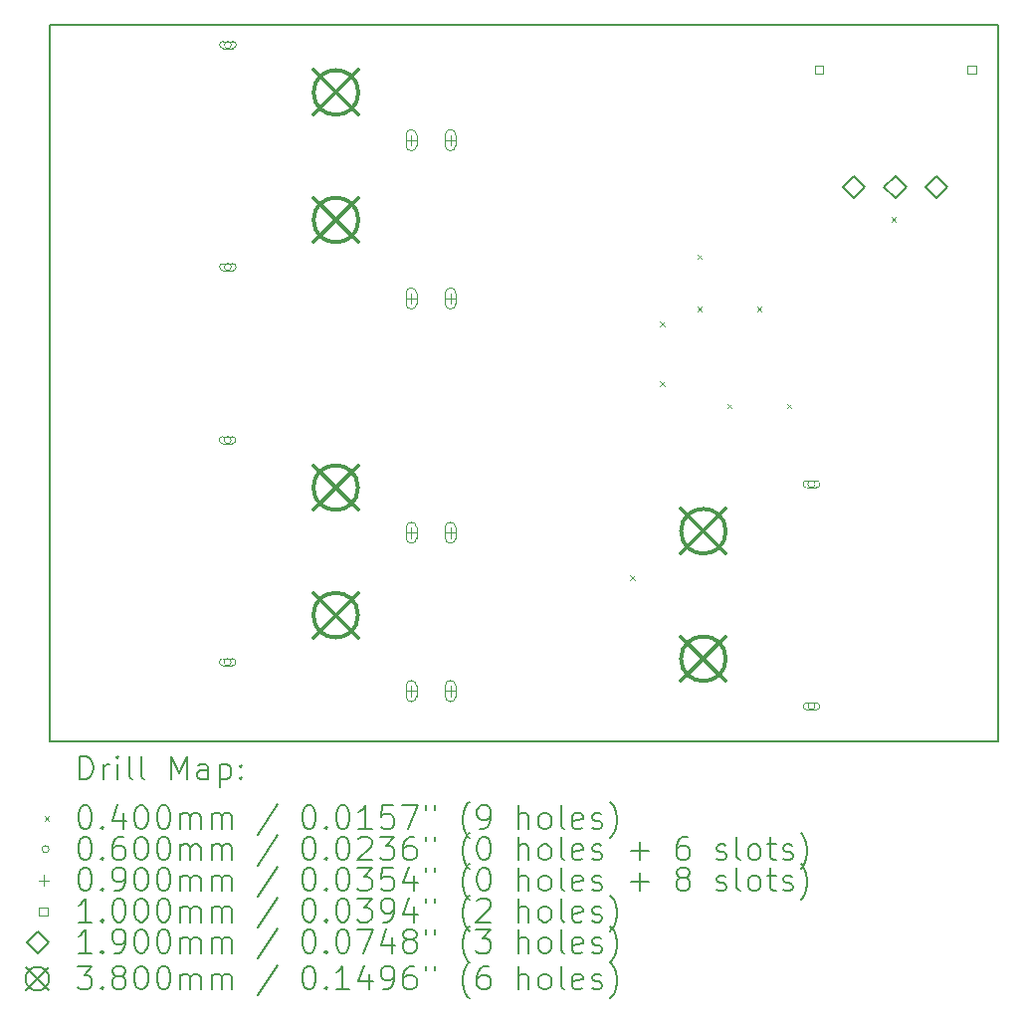
<source format=gbr>
%TF.GenerationSoftware,KiCad,Pcbnew,8.0.0*%
%TF.CreationDate,2024-03-01T13:17:00-07:00*%
%TF.ProjectId,2023IdealDiode,32303233-4964-4656-916c-44696f64652e,rev?*%
%TF.SameCoordinates,Original*%
%TF.FileFunction,Drillmap*%
%TF.FilePolarity,Positive*%
%FSLAX45Y45*%
G04 Gerber Fmt 4.5, Leading zero omitted, Abs format (unit mm)*
G04 Created by KiCad (PCBNEW 8.0.0) date 2024-03-01 13:17:00*
%MOMM*%
%LPD*%
G01*
G04 APERTURE LIST*
%ADD10C,0.200000*%
%ADD11C,0.100000*%
%ADD12C,0.190000*%
%ADD13C,0.380000*%
G04 APERTURE END LIST*
D10*
X27876500Y-22161500D02*
X35941000Y-22161500D01*
X35941000Y-28257500D01*
X27876500Y-28257500D01*
X27876500Y-22161500D01*
D11*
X32809500Y-26840500D02*
X32849500Y-26880500D01*
X32849500Y-26840500D02*
X32809500Y-26880500D01*
X33063500Y-24681500D02*
X33103500Y-24721500D01*
X33103500Y-24681500D02*
X33063500Y-24721500D01*
X33063500Y-25189500D02*
X33103500Y-25229500D01*
X33103500Y-25189500D02*
X33063500Y-25229500D01*
X33381000Y-24110000D02*
X33421000Y-24150000D01*
X33421000Y-24110000D02*
X33381000Y-24150000D01*
X33381000Y-24554500D02*
X33421000Y-24594500D01*
X33421000Y-24554500D02*
X33381000Y-24594500D01*
X33635000Y-25380000D02*
X33675000Y-25420000D01*
X33675000Y-25380000D02*
X33635000Y-25420000D01*
X33889000Y-24554500D02*
X33929000Y-24594500D01*
X33929000Y-24554500D02*
X33889000Y-24594500D01*
X34143000Y-25380000D02*
X34183000Y-25420000D01*
X34183000Y-25380000D02*
X34143000Y-25420000D01*
X35032000Y-23792500D02*
X35072000Y-23832500D01*
X35072000Y-23792500D02*
X35032000Y-23832500D01*
X29415000Y-25690000D02*
G75*
G02*
X29355000Y-25690000I-30000J0D01*
G01*
X29355000Y-25690000D02*
G75*
G02*
X29415000Y-25690000I30000J0D01*
G01*
X29425000Y-25660000D02*
X29345000Y-25660000D01*
X29345000Y-25720000D02*
G75*
G02*
X29345000Y-25660000I0J30000D01*
G01*
X29345000Y-25720000D02*
X29425000Y-25720000D01*
X29425000Y-25720000D02*
G75*
G03*
X29425000Y-25660000I0J30000D01*
G01*
X29415000Y-27580000D02*
G75*
G02*
X29355000Y-27580000I-30000J0D01*
G01*
X29355000Y-27580000D02*
G75*
G02*
X29415000Y-27580000I30000J0D01*
G01*
X29425000Y-27550000D02*
X29345000Y-27550000D01*
X29345000Y-27610000D02*
G75*
G02*
X29345000Y-27550000I0J30000D01*
G01*
X29345000Y-27610000D02*
X29425000Y-27610000D01*
X29425000Y-27610000D02*
G75*
G03*
X29425000Y-27550000I0J30000D01*
G01*
X29417500Y-22328000D02*
G75*
G02*
X29357500Y-22328000I-30000J0D01*
G01*
X29357500Y-22328000D02*
G75*
G02*
X29417500Y-22328000I30000J0D01*
G01*
X29427500Y-22298000D02*
X29347500Y-22298000D01*
X29347500Y-22358000D02*
G75*
G02*
X29347500Y-22298000I0J30000D01*
G01*
X29347500Y-22358000D02*
X29427500Y-22358000D01*
X29427500Y-22358000D02*
G75*
G03*
X29427500Y-22298000I0J30000D01*
G01*
X29417500Y-24218000D02*
G75*
G02*
X29357500Y-24218000I-30000J0D01*
G01*
X29357500Y-24218000D02*
G75*
G02*
X29417500Y-24218000I30000J0D01*
G01*
X29427500Y-24188000D02*
X29347500Y-24188000D01*
X29347500Y-24248000D02*
G75*
G02*
X29347500Y-24188000I0J30000D01*
G01*
X29347500Y-24248000D02*
X29427500Y-24248000D01*
X29427500Y-24248000D02*
G75*
G03*
X29427500Y-24188000I0J30000D01*
G01*
X34383500Y-26066000D02*
G75*
G02*
X34323500Y-26066000I-30000J0D01*
G01*
X34323500Y-26066000D02*
G75*
G02*
X34383500Y-26066000I30000J0D01*
G01*
X34313500Y-26096000D02*
X34393500Y-26096000D01*
X34393500Y-26036000D02*
G75*
G02*
X34393500Y-26096000I0J-30000D01*
G01*
X34393500Y-26036000D02*
X34313500Y-26036000D01*
X34313500Y-26036000D02*
G75*
G03*
X34313500Y-26096000I0J-30000D01*
G01*
X34383500Y-27956000D02*
G75*
G02*
X34323500Y-27956000I-30000J0D01*
G01*
X34323500Y-27956000D02*
G75*
G02*
X34383500Y-27956000I30000J0D01*
G01*
X34313500Y-27986000D02*
X34393500Y-27986000D01*
X34393500Y-27926000D02*
G75*
G02*
X34393500Y-27986000I0J-30000D01*
G01*
X34393500Y-27926000D02*
X34313500Y-27926000D01*
X34313500Y-27926000D02*
G75*
G03*
X34313500Y-27986000I0J-30000D01*
G01*
X30948500Y-23094000D02*
X30948500Y-23184000D01*
X30903500Y-23139000D02*
X30993500Y-23139000D01*
X30903500Y-23094000D02*
X30903500Y-23184000D01*
X30993500Y-23184000D02*
G75*
G02*
X30903500Y-23184000I-45000J0D01*
G01*
X30993500Y-23184000D02*
X30993500Y-23094000D01*
X30993500Y-23094000D02*
G75*
G03*
X30903500Y-23094000I-45000J0D01*
G01*
X30948500Y-24441000D02*
X30948500Y-24531000D01*
X30903500Y-24486000D02*
X30993500Y-24486000D01*
X30903500Y-24441000D02*
X30903500Y-24531000D01*
X30993500Y-24531000D02*
G75*
G02*
X30903500Y-24531000I-45000J0D01*
G01*
X30993500Y-24531000D02*
X30993500Y-24441000D01*
X30993500Y-24441000D02*
G75*
G03*
X30903500Y-24441000I-45000J0D01*
G01*
X30948500Y-26434500D02*
X30948500Y-26524500D01*
X30903500Y-26479500D02*
X30993500Y-26479500D01*
X30903500Y-26434500D02*
X30903500Y-26524500D01*
X30993500Y-26524500D02*
G75*
G02*
X30903500Y-26524500I-45000J0D01*
G01*
X30993500Y-26524500D02*
X30993500Y-26434500D01*
X30993500Y-26434500D02*
G75*
G03*
X30903500Y-26434500I-45000J0D01*
G01*
X30948500Y-27781500D02*
X30948500Y-27871500D01*
X30903500Y-27826500D02*
X30993500Y-27826500D01*
X30903500Y-27781500D02*
X30903500Y-27871500D01*
X30993500Y-27871500D02*
G75*
G02*
X30903500Y-27871500I-45000J0D01*
G01*
X30993500Y-27871500D02*
X30993500Y-27781500D01*
X30993500Y-27781500D02*
G75*
G03*
X30903500Y-27781500I-45000J0D01*
G01*
X31281500Y-23094000D02*
X31281500Y-23184000D01*
X31236500Y-23139000D02*
X31326500Y-23139000D01*
X31236500Y-23094000D02*
X31236500Y-23184000D01*
X31326500Y-23184000D02*
G75*
G02*
X31236500Y-23184000I-45000J0D01*
G01*
X31326500Y-23184000D02*
X31326500Y-23094000D01*
X31326500Y-23094000D02*
G75*
G03*
X31236500Y-23094000I-45000J0D01*
G01*
X31281500Y-24441000D02*
X31281500Y-24531000D01*
X31236500Y-24486000D02*
X31326500Y-24486000D01*
X31236500Y-24441000D02*
X31236500Y-24531000D01*
X31326500Y-24531000D02*
G75*
G02*
X31236500Y-24531000I-45000J0D01*
G01*
X31326500Y-24531000D02*
X31326500Y-24441000D01*
X31326500Y-24441000D02*
G75*
G03*
X31236500Y-24441000I-45000J0D01*
G01*
X31281500Y-26434500D02*
X31281500Y-26524500D01*
X31236500Y-26479500D02*
X31326500Y-26479500D01*
X31236500Y-26434500D02*
X31236500Y-26524500D01*
X31326500Y-26524500D02*
G75*
G02*
X31236500Y-26524500I-45000J0D01*
G01*
X31326500Y-26524500D02*
X31326500Y-26434500D01*
X31326500Y-26434500D02*
G75*
G03*
X31236500Y-26434500I-45000J0D01*
G01*
X31281500Y-27781500D02*
X31281500Y-27871500D01*
X31236500Y-27826500D02*
X31326500Y-27826500D01*
X31236500Y-27781500D02*
X31236500Y-27871500D01*
X31326500Y-27871500D02*
G75*
G02*
X31236500Y-27871500I-45000J0D01*
G01*
X31326500Y-27871500D02*
X31326500Y-27781500D01*
X31326500Y-27781500D02*
G75*
G03*
X31236500Y-27781500I-45000J0D01*
G01*
X34450856Y-22574856D02*
X34450856Y-22504144D01*
X34380144Y-22504144D01*
X34380144Y-22574856D01*
X34450856Y-22574856D01*
X35750856Y-22574856D02*
X35750856Y-22504144D01*
X35680144Y-22504144D01*
X35680144Y-22574856D01*
X35750856Y-22574856D01*
D12*
X34715500Y-23634500D02*
X34810500Y-23539500D01*
X34715500Y-23444500D01*
X34620500Y-23539500D01*
X34715500Y-23634500D01*
X35065500Y-23634500D02*
X35160500Y-23539500D01*
X35065500Y-23444500D01*
X34970500Y-23539500D01*
X35065500Y-23634500D01*
X35415500Y-23634500D02*
X35510500Y-23539500D01*
X35415500Y-23444500D01*
X35320500Y-23539500D01*
X35415500Y-23634500D01*
D13*
X30115000Y-25905000D02*
X30495000Y-26285000D01*
X30495000Y-25905000D02*
X30115000Y-26285000D01*
X30495000Y-26095000D02*
G75*
G02*
X30115000Y-26095000I-190000J0D01*
G01*
X30115000Y-26095000D02*
G75*
G02*
X30495000Y-26095000I190000J0D01*
G01*
X30115000Y-26990000D02*
X30495000Y-27370000D01*
X30495000Y-26990000D02*
X30115000Y-27370000D01*
X30495000Y-27180000D02*
G75*
G02*
X30115000Y-27180000I-190000J0D01*
G01*
X30115000Y-27180000D02*
G75*
G02*
X30495000Y-27180000I190000J0D01*
G01*
X30117500Y-22543000D02*
X30497500Y-22923000D01*
X30497500Y-22543000D02*
X30117500Y-22923000D01*
X30497500Y-22733000D02*
G75*
G02*
X30117500Y-22733000I-190000J0D01*
G01*
X30117500Y-22733000D02*
G75*
G02*
X30497500Y-22733000I190000J0D01*
G01*
X30117500Y-23628000D02*
X30497500Y-24008000D01*
X30497500Y-23628000D02*
X30117500Y-24008000D01*
X30497500Y-23818000D02*
G75*
G02*
X30117500Y-23818000I-190000J0D01*
G01*
X30117500Y-23818000D02*
G75*
G02*
X30497500Y-23818000I190000J0D01*
G01*
X33243500Y-26276000D02*
X33623500Y-26656000D01*
X33623500Y-26276000D02*
X33243500Y-26656000D01*
X33623500Y-26466000D02*
G75*
G02*
X33243500Y-26466000I-190000J0D01*
G01*
X33243500Y-26466000D02*
G75*
G02*
X33623500Y-26466000I190000J0D01*
G01*
X33243500Y-27361000D02*
X33623500Y-27741000D01*
X33623500Y-27361000D02*
X33243500Y-27741000D01*
X33623500Y-27551000D02*
G75*
G02*
X33243500Y-27551000I-190000J0D01*
G01*
X33243500Y-27551000D02*
G75*
G02*
X33623500Y-27551000I190000J0D01*
G01*
D10*
X28127277Y-28578984D02*
X28127277Y-28378984D01*
X28127277Y-28378984D02*
X28174896Y-28378984D01*
X28174896Y-28378984D02*
X28203467Y-28388508D01*
X28203467Y-28388508D02*
X28222515Y-28407555D01*
X28222515Y-28407555D02*
X28232039Y-28426603D01*
X28232039Y-28426603D02*
X28241562Y-28464698D01*
X28241562Y-28464698D02*
X28241562Y-28493269D01*
X28241562Y-28493269D02*
X28232039Y-28531365D01*
X28232039Y-28531365D02*
X28222515Y-28550412D01*
X28222515Y-28550412D02*
X28203467Y-28569460D01*
X28203467Y-28569460D02*
X28174896Y-28578984D01*
X28174896Y-28578984D02*
X28127277Y-28578984D01*
X28327277Y-28578984D02*
X28327277Y-28445650D01*
X28327277Y-28483746D02*
X28336801Y-28464698D01*
X28336801Y-28464698D02*
X28346324Y-28455174D01*
X28346324Y-28455174D02*
X28365372Y-28445650D01*
X28365372Y-28445650D02*
X28384420Y-28445650D01*
X28451086Y-28578984D02*
X28451086Y-28445650D01*
X28451086Y-28378984D02*
X28441562Y-28388508D01*
X28441562Y-28388508D02*
X28451086Y-28398031D01*
X28451086Y-28398031D02*
X28460610Y-28388508D01*
X28460610Y-28388508D02*
X28451086Y-28378984D01*
X28451086Y-28378984D02*
X28451086Y-28398031D01*
X28574896Y-28578984D02*
X28555848Y-28569460D01*
X28555848Y-28569460D02*
X28546324Y-28550412D01*
X28546324Y-28550412D02*
X28546324Y-28378984D01*
X28679658Y-28578984D02*
X28660610Y-28569460D01*
X28660610Y-28569460D02*
X28651086Y-28550412D01*
X28651086Y-28550412D02*
X28651086Y-28378984D01*
X28908229Y-28578984D02*
X28908229Y-28378984D01*
X28908229Y-28378984D02*
X28974896Y-28521841D01*
X28974896Y-28521841D02*
X29041562Y-28378984D01*
X29041562Y-28378984D02*
X29041562Y-28578984D01*
X29222515Y-28578984D02*
X29222515Y-28474222D01*
X29222515Y-28474222D02*
X29212991Y-28455174D01*
X29212991Y-28455174D02*
X29193943Y-28445650D01*
X29193943Y-28445650D02*
X29155848Y-28445650D01*
X29155848Y-28445650D02*
X29136801Y-28455174D01*
X29222515Y-28569460D02*
X29203467Y-28578984D01*
X29203467Y-28578984D02*
X29155848Y-28578984D01*
X29155848Y-28578984D02*
X29136801Y-28569460D01*
X29136801Y-28569460D02*
X29127277Y-28550412D01*
X29127277Y-28550412D02*
X29127277Y-28531365D01*
X29127277Y-28531365D02*
X29136801Y-28512317D01*
X29136801Y-28512317D02*
X29155848Y-28502793D01*
X29155848Y-28502793D02*
X29203467Y-28502793D01*
X29203467Y-28502793D02*
X29222515Y-28493269D01*
X29317753Y-28445650D02*
X29317753Y-28645650D01*
X29317753Y-28455174D02*
X29336801Y-28445650D01*
X29336801Y-28445650D02*
X29374896Y-28445650D01*
X29374896Y-28445650D02*
X29393943Y-28455174D01*
X29393943Y-28455174D02*
X29403467Y-28464698D01*
X29403467Y-28464698D02*
X29412991Y-28483746D01*
X29412991Y-28483746D02*
X29412991Y-28540888D01*
X29412991Y-28540888D02*
X29403467Y-28559936D01*
X29403467Y-28559936D02*
X29393943Y-28569460D01*
X29393943Y-28569460D02*
X29374896Y-28578984D01*
X29374896Y-28578984D02*
X29336801Y-28578984D01*
X29336801Y-28578984D02*
X29317753Y-28569460D01*
X29498705Y-28559936D02*
X29508229Y-28569460D01*
X29508229Y-28569460D02*
X29498705Y-28578984D01*
X29498705Y-28578984D02*
X29489182Y-28569460D01*
X29489182Y-28569460D02*
X29498705Y-28559936D01*
X29498705Y-28559936D02*
X29498705Y-28578984D01*
X29498705Y-28455174D02*
X29508229Y-28464698D01*
X29508229Y-28464698D02*
X29498705Y-28474222D01*
X29498705Y-28474222D02*
X29489182Y-28464698D01*
X29489182Y-28464698D02*
X29498705Y-28455174D01*
X29498705Y-28455174D02*
X29498705Y-28474222D01*
D11*
X27826500Y-28887500D02*
X27866500Y-28927500D01*
X27866500Y-28887500D02*
X27826500Y-28927500D01*
D10*
X28165372Y-28798984D02*
X28184420Y-28798984D01*
X28184420Y-28798984D02*
X28203467Y-28808508D01*
X28203467Y-28808508D02*
X28212991Y-28818031D01*
X28212991Y-28818031D02*
X28222515Y-28837079D01*
X28222515Y-28837079D02*
X28232039Y-28875174D01*
X28232039Y-28875174D02*
X28232039Y-28922793D01*
X28232039Y-28922793D02*
X28222515Y-28960888D01*
X28222515Y-28960888D02*
X28212991Y-28979936D01*
X28212991Y-28979936D02*
X28203467Y-28989460D01*
X28203467Y-28989460D02*
X28184420Y-28998984D01*
X28184420Y-28998984D02*
X28165372Y-28998984D01*
X28165372Y-28998984D02*
X28146324Y-28989460D01*
X28146324Y-28989460D02*
X28136801Y-28979936D01*
X28136801Y-28979936D02*
X28127277Y-28960888D01*
X28127277Y-28960888D02*
X28117753Y-28922793D01*
X28117753Y-28922793D02*
X28117753Y-28875174D01*
X28117753Y-28875174D02*
X28127277Y-28837079D01*
X28127277Y-28837079D02*
X28136801Y-28818031D01*
X28136801Y-28818031D02*
X28146324Y-28808508D01*
X28146324Y-28808508D02*
X28165372Y-28798984D01*
X28317753Y-28979936D02*
X28327277Y-28989460D01*
X28327277Y-28989460D02*
X28317753Y-28998984D01*
X28317753Y-28998984D02*
X28308229Y-28989460D01*
X28308229Y-28989460D02*
X28317753Y-28979936D01*
X28317753Y-28979936D02*
X28317753Y-28998984D01*
X28498705Y-28865650D02*
X28498705Y-28998984D01*
X28451086Y-28789460D02*
X28403467Y-28932317D01*
X28403467Y-28932317D02*
X28527277Y-28932317D01*
X28641562Y-28798984D02*
X28660610Y-28798984D01*
X28660610Y-28798984D02*
X28679658Y-28808508D01*
X28679658Y-28808508D02*
X28689182Y-28818031D01*
X28689182Y-28818031D02*
X28698705Y-28837079D01*
X28698705Y-28837079D02*
X28708229Y-28875174D01*
X28708229Y-28875174D02*
X28708229Y-28922793D01*
X28708229Y-28922793D02*
X28698705Y-28960888D01*
X28698705Y-28960888D02*
X28689182Y-28979936D01*
X28689182Y-28979936D02*
X28679658Y-28989460D01*
X28679658Y-28989460D02*
X28660610Y-28998984D01*
X28660610Y-28998984D02*
X28641562Y-28998984D01*
X28641562Y-28998984D02*
X28622515Y-28989460D01*
X28622515Y-28989460D02*
X28612991Y-28979936D01*
X28612991Y-28979936D02*
X28603467Y-28960888D01*
X28603467Y-28960888D02*
X28593943Y-28922793D01*
X28593943Y-28922793D02*
X28593943Y-28875174D01*
X28593943Y-28875174D02*
X28603467Y-28837079D01*
X28603467Y-28837079D02*
X28612991Y-28818031D01*
X28612991Y-28818031D02*
X28622515Y-28808508D01*
X28622515Y-28808508D02*
X28641562Y-28798984D01*
X28832039Y-28798984D02*
X28851086Y-28798984D01*
X28851086Y-28798984D02*
X28870134Y-28808508D01*
X28870134Y-28808508D02*
X28879658Y-28818031D01*
X28879658Y-28818031D02*
X28889182Y-28837079D01*
X28889182Y-28837079D02*
X28898705Y-28875174D01*
X28898705Y-28875174D02*
X28898705Y-28922793D01*
X28898705Y-28922793D02*
X28889182Y-28960888D01*
X28889182Y-28960888D02*
X28879658Y-28979936D01*
X28879658Y-28979936D02*
X28870134Y-28989460D01*
X28870134Y-28989460D02*
X28851086Y-28998984D01*
X28851086Y-28998984D02*
X28832039Y-28998984D01*
X28832039Y-28998984D02*
X28812991Y-28989460D01*
X28812991Y-28989460D02*
X28803467Y-28979936D01*
X28803467Y-28979936D02*
X28793943Y-28960888D01*
X28793943Y-28960888D02*
X28784420Y-28922793D01*
X28784420Y-28922793D02*
X28784420Y-28875174D01*
X28784420Y-28875174D02*
X28793943Y-28837079D01*
X28793943Y-28837079D02*
X28803467Y-28818031D01*
X28803467Y-28818031D02*
X28812991Y-28808508D01*
X28812991Y-28808508D02*
X28832039Y-28798984D01*
X28984420Y-28998984D02*
X28984420Y-28865650D01*
X28984420Y-28884698D02*
X28993943Y-28875174D01*
X28993943Y-28875174D02*
X29012991Y-28865650D01*
X29012991Y-28865650D02*
X29041563Y-28865650D01*
X29041563Y-28865650D02*
X29060610Y-28875174D01*
X29060610Y-28875174D02*
X29070134Y-28894222D01*
X29070134Y-28894222D02*
X29070134Y-28998984D01*
X29070134Y-28894222D02*
X29079658Y-28875174D01*
X29079658Y-28875174D02*
X29098705Y-28865650D01*
X29098705Y-28865650D02*
X29127277Y-28865650D01*
X29127277Y-28865650D02*
X29146324Y-28875174D01*
X29146324Y-28875174D02*
X29155848Y-28894222D01*
X29155848Y-28894222D02*
X29155848Y-28998984D01*
X29251086Y-28998984D02*
X29251086Y-28865650D01*
X29251086Y-28884698D02*
X29260610Y-28875174D01*
X29260610Y-28875174D02*
X29279658Y-28865650D01*
X29279658Y-28865650D02*
X29308229Y-28865650D01*
X29308229Y-28865650D02*
X29327277Y-28875174D01*
X29327277Y-28875174D02*
X29336801Y-28894222D01*
X29336801Y-28894222D02*
X29336801Y-28998984D01*
X29336801Y-28894222D02*
X29346324Y-28875174D01*
X29346324Y-28875174D02*
X29365372Y-28865650D01*
X29365372Y-28865650D02*
X29393943Y-28865650D01*
X29393943Y-28865650D02*
X29412991Y-28875174D01*
X29412991Y-28875174D02*
X29422515Y-28894222D01*
X29422515Y-28894222D02*
X29422515Y-28998984D01*
X29812991Y-28789460D02*
X29641563Y-29046603D01*
X30070134Y-28798984D02*
X30089182Y-28798984D01*
X30089182Y-28798984D02*
X30108229Y-28808508D01*
X30108229Y-28808508D02*
X30117753Y-28818031D01*
X30117753Y-28818031D02*
X30127277Y-28837079D01*
X30127277Y-28837079D02*
X30136801Y-28875174D01*
X30136801Y-28875174D02*
X30136801Y-28922793D01*
X30136801Y-28922793D02*
X30127277Y-28960888D01*
X30127277Y-28960888D02*
X30117753Y-28979936D01*
X30117753Y-28979936D02*
X30108229Y-28989460D01*
X30108229Y-28989460D02*
X30089182Y-28998984D01*
X30089182Y-28998984D02*
X30070134Y-28998984D01*
X30070134Y-28998984D02*
X30051086Y-28989460D01*
X30051086Y-28989460D02*
X30041563Y-28979936D01*
X30041563Y-28979936D02*
X30032039Y-28960888D01*
X30032039Y-28960888D02*
X30022515Y-28922793D01*
X30022515Y-28922793D02*
X30022515Y-28875174D01*
X30022515Y-28875174D02*
X30032039Y-28837079D01*
X30032039Y-28837079D02*
X30041563Y-28818031D01*
X30041563Y-28818031D02*
X30051086Y-28808508D01*
X30051086Y-28808508D02*
X30070134Y-28798984D01*
X30222515Y-28979936D02*
X30232039Y-28989460D01*
X30232039Y-28989460D02*
X30222515Y-28998984D01*
X30222515Y-28998984D02*
X30212991Y-28989460D01*
X30212991Y-28989460D02*
X30222515Y-28979936D01*
X30222515Y-28979936D02*
X30222515Y-28998984D01*
X30355848Y-28798984D02*
X30374896Y-28798984D01*
X30374896Y-28798984D02*
X30393944Y-28808508D01*
X30393944Y-28808508D02*
X30403467Y-28818031D01*
X30403467Y-28818031D02*
X30412991Y-28837079D01*
X30412991Y-28837079D02*
X30422515Y-28875174D01*
X30422515Y-28875174D02*
X30422515Y-28922793D01*
X30422515Y-28922793D02*
X30412991Y-28960888D01*
X30412991Y-28960888D02*
X30403467Y-28979936D01*
X30403467Y-28979936D02*
X30393944Y-28989460D01*
X30393944Y-28989460D02*
X30374896Y-28998984D01*
X30374896Y-28998984D02*
X30355848Y-28998984D01*
X30355848Y-28998984D02*
X30336801Y-28989460D01*
X30336801Y-28989460D02*
X30327277Y-28979936D01*
X30327277Y-28979936D02*
X30317753Y-28960888D01*
X30317753Y-28960888D02*
X30308229Y-28922793D01*
X30308229Y-28922793D02*
X30308229Y-28875174D01*
X30308229Y-28875174D02*
X30317753Y-28837079D01*
X30317753Y-28837079D02*
X30327277Y-28818031D01*
X30327277Y-28818031D02*
X30336801Y-28808508D01*
X30336801Y-28808508D02*
X30355848Y-28798984D01*
X30612991Y-28998984D02*
X30498706Y-28998984D01*
X30555848Y-28998984D02*
X30555848Y-28798984D01*
X30555848Y-28798984D02*
X30536801Y-28827555D01*
X30536801Y-28827555D02*
X30517753Y-28846603D01*
X30517753Y-28846603D02*
X30498706Y-28856127D01*
X30793944Y-28798984D02*
X30698706Y-28798984D01*
X30698706Y-28798984D02*
X30689182Y-28894222D01*
X30689182Y-28894222D02*
X30698706Y-28884698D01*
X30698706Y-28884698D02*
X30717753Y-28875174D01*
X30717753Y-28875174D02*
X30765372Y-28875174D01*
X30765372Y-28875174D02*
X30784420Y-28884698D01*
X30784420Y-28884698D02*
X30793944Y-28894222D01*
X30793944Y-28894222D02*
X30803467Y-28913269D01*
X30803467Y-28913269D02*
X30803467Y-28960888D01*
X30803467Y-28960888D02*
X30793944Y-28979936D01*
X30793944Y-28979936D02*
X30784420Y-28989460D01*
X30784420Y-28989460D02*
X30765372Y-28998984D01*
X30765372Y-28998984D02*
X30717753Y-28998984D01*
X30717753Y-28998984D02*
X30698706Y-28989460D01*
X30698706Y-28989460D02*
X30689182Y-28979936D01*
X30870134Y-28798984D02*
X31003467Y-28798984D01*
X31003467Y-28798984D02*
X30917753Y-28998984D01*
X31070134Y-28798984D02*
X31070134Y-28837079D01*
X31146325Y-28798984D02*
X31146325Y-28837079D01*
X31441563Y-29075174D02*
X31432039Y-29065650D01*
X31432039Y-29065650D02*
X31412991Y-29037079D01*
X31412991Y-29037079D02*
X31403468Y-29018031D01*
X31403468Y-29018031D02*
X31393944Y-28989460D01*
X31393944Y-28989460D02*
X31384420Y-28941841D01*
X31384420Y-28941841D02*
X31384420Y-28903746D01*
X31384420Y-28903746D02*
X31393944Y-28856127D01*
X31393944Y-28856127D02*
X31403468Y-28827555D01*
X31403468Y-28827555D02*
X31412991Y-28808508D01*
X31412991Y-28808508D02*
X31432039Y-28779936D01*
X31432039Y-28779936D02*
X31441563Y-28770412D01*
X31527277Y-28998984D02*
X31565372Y-28998984D01*
X31565372Y-28998984D02*
X31584420Y-28989460D01*
X31584420Y-28989460D02*
X31593944Y-28979936D01*
X31593944Y-28979936D02*
X31612991Y-28951365D01*
X31612991Y-28951365D02*
X31622515Y-28913269D01*
X31622515Y-28913269D02*
X31622515Y-28837079D01*
X31622515Y-28837079D02*
X31612991Y-28818031D01*
X31612991Y-28818031D02*
X31603468Y-28808508D01*
X31603468Y-28808508D02*
X31584420Y-28798984D01*
X31584420Y-28798984D02*
X31546325Y-28798984D01*
X31546325Y-28798984D02*
X31527277Y-28808508D01*
X31527277Y-28808508D02*
X31517753Y-28818031D01*
X31517753Y-28818031D02*
X31508229Y-28837079D01*
X31508229Y-28837079D02*
X31508229Y-28884698D01*
X31508229Y-28884698D02*
X31517753Y-28903746D01*
X31517753Y-28903746D02*
X31527277Y-28913269D01*
X31527277Y-28913269D02*
X31546325Y-28922793D01*
X31546325Y-28922793D02*
X31584420Y-28922793D01*
X31584420Y-28922793D02*
X31603468Y-28913269D01*
X31603468Y-28913269D02*
X31612991Y-28903746D01*
X31612991Y-28903746D02*
X31622515Y-28884698D01*
X31860610Y-28998984D02*
X31860610Y-28798984D01*
X31946325Y-28998984D02*
X31946325Y-28894222D01*
X31946325Y-28894222D02*
X31936801Y-28875174D01*
X31936801Y-28875174D02*
X31917753Y-28865650D01*
X31917753Y-28865650D02*
X31889182Y-28865650D01*
X31889182Y-28865650D02*
X31870134Y-28875174D01*
X31870134Y-28875174D02*
X31860610Y-28884698D01*
X32070134Y-28998984D02*
X32051087Y-28989460D01*
X32051087Y-28989460D02*
X32041563Y-28979936D01*
X32041563Y-28979936D02*
X32032039Y-28960888D01*
X32032039Y-28960888D02*
X32032039Y-28903746D01*
X32032039Y-28903746D02*
X32041563Y-28884698D01*
X32041563Y-28884698D02*
X32051087Y-28875174D01*
X32051087Y-28875174D02*
X32070134Y-28865650D01*
X32070134Y-28865650D02*
X32098706Y-28865650D01*
X32098706Y-28865650D02*
X32117753Y-28875174D01*
X32117753Y-28875174D02*
X32127277Y-28884698D01*
X32127277Y-28884698D02*
X32136801Y-28903746D01*
X32136801Y-28903746D02*
X32136801Y-28960888D01*
X32136801Y-28960888D02*
X32127277Y-28979936D01*
X32127277Y-28979936D02*
X32117753Y-28989460D01*
X32117753Y-28989460D02*
X32098706Y-28998984D01*
X32098706Y-28998984D02*
X32070134Y-28998984D01*
X32251087Y-28998984D02*
X32232039Y-28989460D01*
X32232039Y-28989460D02*
X32222515Y-28970412D01*
X32222515Y-28970412D02*
X32222515Y-28798984D01*
X32403468Y-28989460D02*
X32384420Y-28998984D01*
X32384420Y-28998984D02*
X32346325Y-28998984D01*
X32346325Y-28998984D02*
X32327277Y-28989460D01*
X32327277Y-28989460D02*
X32317753Y-28970412D01*
X32317753Y-28970412D02*
X32317753Y-28894222D01*
X32317753Y-28894222D02*
X32327277Y-28875174D01*
X32327277Y-28875174D02*
X32346325Y-28865650D01*
X32346325Y-28865650D02*
X32384420Y-28865650D01*
X32384420Y-28865650D02*
X32403468Y-28875174D01*
X32403468Y-28875174D02*
X32412991Y-28894222D01*
X32412991Y-28894222D02*
X32412991Y-28913269D01*
X32412991Y-28913269D02*
X32317753Y-28932317D01*
X32489182Y-28989460D02*
X32508230Y-28998984D01*
X32508230Y-28998984D02*
X32546325Y-28998984D01*
X32546325Y-28998984D02*
X32565372Y-28989460D01*
X32565372Y-28989460D02*
X32574896Y-28970412D01*
X32574896Y-28970412D02*
X32574896Y-28960888D01*
X32574896Y-28960888D02*
X32565372Y-28941841D01*
X32565372Y-28941841D02*
X32546325Y-28932317D01*
X32546325Y-28932317D02*
X32517753Y-28932317D01*
X32517753Y-28932317D02*
X32498706Y-28922793D01*
X32498706Y-28922793D02*
X32489182Y-28903746D01*
X32489182Y-28903746D02*
X32489182Y-28894222D01*
X32489182Y-28894222D02*
X32498706Y-28875174D01*
X32498706Y-28875174D02*
X32517753Y-28865650D01*
X32517753Y-28865650D02*
X32546325Y-28865650D01*
X32546325Y-28865650D02*
X32565372Y-28875174D01*
X32641563Y-29075174D02*
X32651087Y-29065650D01*
X32651087Y-29065650D02*
X32670134Y-29037079D01*
X32670134Y-29037079D02*
X32679658Y-29018031D01*
X32679658Y-29018031D02*
X32689182Y-28989460D01*
X32689182Y-28989460D02*
X32698706Y-28941841D01*
X32698706Y-28941841D02*
X32698706Y-28903746D01*
X32698706Y-28903746D02*
X32689182Y-28856127D01*
X32689182Y-28856127D02*
X32679658Y-28827555D01*
X32679658Y-28827555D02*
X32670134Y-28808508D01*
X32670134Y-28808508D02*
X32651087Y-28779936D01*
X32651087Y-28779936D02*
X32641563Y-28770412D01*
D11*
X27866500Y-29171500D02*
G75*
G02*
X27806500Y-29171500I-30000J0D01*
G01*
X27806500Y-29171500D02*
G75*
G02*
X27866500Y-29171500I30000J0D01*
G01*
D10*
X28165372Y-29062984D02*
X28184420Y-29062984D01*
X28184420Y-29062984D02*
X28203467Y-29072508D01*
X28203467Y-29072508D02*
X28212991Y-29082031D01*
X28212991Y-29082031D02*
X28222515Y-29101079D01*
X28222515Y-29101079D02*
X28232039Y-29139174D01*
X28232039Y-29139174D02*
X28232039Y-29186793D01*
X28232039Y-29186793D02*
X28222515Y-29224888D01*
X28222515Y-29224888D02*
X28212991Y-29243936D01*
X28212991Y-29243936D02*
X28203467Y-29253460D01*
X28203467Y-29253460D02*
X28184420Y-29262984D01*
X28184420Y-29262984D02*
X28165372Y-29262984D01*
X28165372Y-29262984D02*
X28146324Y-29253460D01*
X28146324Y-29253460D02*
X28136801Y-29243936D01*
X28136801Y-29243936D02*
X28127277Y-29224888D01*
X28127277Y-29224888D02*
X28117753Y-29186793D01*
X28117753Y-29186793D02*
X28117753Y-29139174D01*
X28117753Y-29139174D02*
X28127277Y-29101079D01*
X28127277Y-29101079D02*
X28136801Y-29082031D01*
X28136801Y-29082031D02*
X28146324Y-29072508D01*
X28146324Y-29072508D02*
X28165372Y-29062984D01*
X28317753Y-29243936D02*
X28327277Y-29253460D01*
X28327277Y-29253460D02*
X28317753Y-29262984D01*
X28317753Y-29262984D02*
X28308229Y-29253460D01*
X28308229Y-29253460D02*
X28317753Y-29243936D01*
X28317753Y-29243936D02*
X28317753Y-29262984D01*
X28498705Y-29062984D02*
X28460610Y-29062984D01*
X28460610Y-29062984D02*
X28441562Y-29072508D01*
X28441562Y-29072508D02*
X28432039Y-29082031D01*
X28432039Y-29082031D02*
X28412991Y-29110603D01*
X28412991Y-29110603D02*
X28403467Y-29148698D01*
X28403467Y-29148698D02*
X28403467Y-29224888D01*
X28403467Y-29224888D02*
X28412991Y-29243936D01*
X28412991Y-29243936D02*
X28422515Y-29253460D01*
X28422515Y-29253460D02*
X28441562Y-29262984D01*
X28441562Y-29262984D02*
X28479658Y-29262984D01*
X28479658Y-29262984D02*
X28498705Y-29253460D01*
X28498705Y-29253460D02*
X28508229Y-29243936D01*
X28508229Y-29243936D02*
X28517753Y-29224888D01*
X28517753Y-29224888D02*
X28517753Y-29177269D01*
X28517753Y-29177269D02*
X28508229Y-29158222D01*
X28508229Y-29158222D02*
X28498705Y-29148698D01*
X28498705Y-29148698D02*
X28479658Y-29139174D01*
X28479658Y-29139174D02*
X28441562Y-29139174D01*
X28441562Y-29139174D02*
X28422515Y-29148698D01*
X28422515Y-29148698D02*
X28412991Y-29158222D01*
X28412991Y-29158222D02*
X28403467Y-29177269D01*
X28641562Y-29062984D02*
X28660610Y-29062984D01*
X28660610Y-29062984D02*
X28679658Y-29072508D01*
X28679658Y-29072508D02*
X28689182Y-29082031D01*
X28689182Y-29082031D02*
X28698705Y-29101079D01*
X28698705Y-29101079D02*
X28708229Y-29139174D01*
X28708229Y-29139174D02*
X28708229Y-29186793D01*
X28708229Y-29186793D02*
X28698705Y-29224888D01*
X28698705Y-29224888D02*
X28689182Y-29243936D01*
X28689182Y-29243936D02*
X28679658Y-29253460D01*
X28679658Y-29253460D02*
X28660610Y-29262984D01*
X28660610Y-29262984D02*
X28641562Y-29262984D01*
X28641562Y-29262984D02*
X28622515Y-29253460D01*
X28622515Y-29253460D02*
X28612991Y-29243936D01*
X28612991Y-29243936D02*
X28603467Y-29224888D01*
X28603467Y-29224888D02*
X28593943Y-29186793D01*
X28593943Y-29186793D02*
X28593943Y-29139174D01*
X28593943Y-29139174D02*
X28603467Y-29101079D01*
X28603467Y-29101079D02*
X28612991Y-29082031D01*
X28612991Y-29082031D02*
X28622515Y-29072508D01*
X28622515Y-29072508D02*
X28641562Y-29062984D01*
X28832039Y-29062984D02*
X28851086Y-29062984D01*
X28851086Y-29062984D02*
X28870134Y-29072508D01*
X28870134Y-29072508D02*
X28879658Y-29082031D01*
X28879658Y-29082031D02*
X28889182Y-29101079D01*
X28889182Y-29101079D02*
X28898705Y-29139174D01*
X28898705Y-29139174D02*
X28898705Y-29186793D01*
X28898705Y-29186793D02*
X28889182Y-29224888D01*
X28889182Y-29224888D02*
X28879658Y-29243936D01*
X28879658Y-29243936D02*
X28870134Y-29253460D01*
X28870134Y-29253460D02*
X28851086Y-29262984D01*
X28851086Y-29262984D02*
X28832039Y-29262984D01*
X28832039Y-29262984D02*
X28812991Y-29253460D01*
X28812991Y-29253460D02*
X28803467Y-29243936D01*
X28803467Y-29243936D02*
X28793943Y-29224888D01*
X28793943Y-29224888D02*
X28784420Y-29186793D01*
X28784420Y-29186793D02*
X28784420Y-29139174D01*
X28784420Y-29139174D02*
X28793943Y-29101079D01*
X28793943Y-29101079D02*
X28803467Y-29082031D01*
X28803467Y-29082031D02*
X28812991Y-29072508D01*
X28812991Y-29072508D02*
X28832039Y-29062984D01*
X28984420Y-29262984D02*
X28984420Y-29129650D01*
X28984420Y-29148698D02*
X28993943Y-29139174D01*
X28993943Y-29139174D02*
X29012991Y-29129650D01*
X29012991Y-29129650D02*
X29041563Y-29129650D01*
X29041563Y-29129650D02*
X29060610Y-29139174D01*
X29060610Y-29139174D02*
X29070134Y-29158222D01*
X29070134Y-29158222D02*
X29070134Y-29262984D01*
X29070134Y-29158222D02*
X29079658Y-29139174D01*
X29079658Y-29139174D02*
X29098705Y-29129650D01*
X29098705Y-29129650D02*
X29127277Y-29129650D01*
X29127277Y-29129650D02*
X29146324Y-29139174D01*
X29146324Y-29139174D02*
X29155848Y-29158222D01*
X29155848Y-29158222D02*
X29155848Y-29262984D01*
X29251086Y-29262984D02*
X29251086Y-29129650D01*
X29251086Y-29148698D02*
X29260610Y-29139174D01*
X29260610Y-29139174D02*
X29279658Y-29129650D01*
X29279658Y-29129650D02*
X29308229Y-29129650D01*
X29308229Y-29129650D02*
X29327277Y-29139174D01*
X29327277Y-29139174D02*
X29336801Y-29158222D01*
X29336801Y-29158222D02*
X29336801Y-29262984D01*
X29336801Y-29158222D02*
X29346324Y-29139174D01*
X29346324Y-29139174D02*
X29365372Y-29129650D01*
X29365372Y-29129650D02*
X29393943Y-29129650D01*
X29393943Y-29129650D02*
X29412991Y-29139174D01*
X29412991Y-29139174D02*
X29422515Y-29158222D01*
X29422515Y-29158222D02*
X29422515Y-29262984D01*
X29812991Y-29053460D02*
X29641563Y-29310603D01*
X30070134Y-29062984D02*
X30089182Y-29062984D01*
X30089182Y-29062984D02*
X30108229Y-29072508D01*
X30108229Y-29072508D02*
X30117753Y-29082031D01*
X30117753Y-29082031D02*
X30127277Y-29101079D01*
X30127277Y-29101079D02*
X30136801Y-29139174D01*
X30136801Y-29139174D02*
X30136801Y-29186793D01*
X30136801Y-29186793D02*
X30127277Y-29224888D01*
X30127277Y-29224888D02*
X30117753Y-29243936D01*
X30117753Y-29243936D02*
X30108229Y-29253460D01*
X30108229Y-29253460D02*
X30089182Y-29262984D01*
X30089182Y-29262984D02*
X30070134Y-29262984D01*
X30070134Y-29262984D02*
X30051086Y-29253460D01*
X30051086Y-29253460D02*
X30041563Y-29243936D01*
X30041563Y-29243936D02*
X30032039Y-29224888D01*
X30032039Y-29224888D02*
X30022515Y-29186793D01*
X30022515Y-29186793D02*
X30022515Y-29139174D01*
X30022515Y-29139174D02*
X30032039Y-29101079D01*
X30032039Y-29101079D02*
X30041563Y-29082031D01*
X30041563Y-29082031D02*
X30051086Y-29072508D01*
X30051086Y-29072508D02*
X30070134Y-29062984D01*
X30222515Y-29243936D02*
X30232039Y-29253460D01*
X30232039Y-29253460D02*
X30222515Y-29262984D01*
X30222515Y-29262984D02*
X30212991Y-29253460D01*
X30212991Y-29253460D02*
X30222515Y-29243936D01*
X30222515Y-29243936D02*
X30222515Y-29262984D01*
X30355848Y-29062984D02*
X30374896Y-29062984D01*
X30374896Y-29062984D02*
X30393944Y-29072508D01*
X30393944Y-29072508D02*
X30403467Y-29082031D01*
X30403467Y-29082031D02*
X30412991Y-29101079D01*
X30412991Y-29101079D02*
X30422515Y-29139174D01*
X30422515Y-29139174D02*
X30422515Y-29186793D01*
X30422515Y-29186793D02*
X30412991Y-29224888D01*
X30412991Y-29224888D02*
X30403467Y-29243936D01*
X30403467Y-29243936D02*
X30393944Y-29253460D01*
X30393944Y-29253460D02*
X30374896Y-29262984D01*
X30374896Y-29262984D02*
X30355848Y-29262984D01*
X30355848Y-29262984D02*
X30336801Y-29253460D01*
X30336801Y-29253460D02*
X30327277Y-29243936D01*
X30327277Y-29243936D02*
X30317753Y-29224888D01*
X30317753Y-29224888D02*
X30308229Y-29186793D01*
X30308229Y-29186793D02*
X30308229Y-29139174D01*
X30308229Y-29139174D02*
X30317753Y-29101079D01*
X30317753Y-29101079D02*
X30327277Y-29082031D01*
X30327277Y-29082031D02*
X30336801Y-29072508D01*
X30336801Y-29072508D02*
X30355848Y-29062984D01*
X30498706Y-29082031D02*
X30508229Y-29072508D01*
X30508229Y-29072508D02*
X30527277Y-29062984D01*
X30527277Y-29062984D02*
X30574896Y-29062984D01*
X30574896Y-29062984D02*
X30593944Y-29072508D01*
X30593944Y-29072508D02*
X30603467Y-29082031D01*
X30603467Y-29082031D02*
X30612991Y-29101079D01*
X30612991Y-29101079D02*
X30612991Y-29120127D01*
X30612991Y-29120127D02*
X30603467Y-29148698D01*
X30603467Y-29148698D02*
X30489182Y-29262984D01*
X30489182Y-29262984D02*
X30612991Y-29262984D01*
X30679658Y-29062984D02*
X30803467Y-29062984D01*
X30803467Y-29062984D02*
X30736801Y-29139174D01*
X30736801Y-29139174D02*
X30765372Y-29139174D01*
X30765372Y-29139174D02*
X30784420Y-29148698D01*
X30784420Y-29148698D02*
X30793944Y-29158222D01*
X30793944Y-29158222D02*
X30803467Y-29177269D01*
X30803467Y-29177269D02*
X30803467Y-29224888D01*
X30803467Y-29224888D02*
X30793944Y-29243936D01*
X30793944Y-29243936D02*
X30784420Y-29253460D01*
X30784420Y-29253460D02*
X30765372Y-29262984D01*
X30765372Y-29262984D02*
X30708229Y-29262984D01*
X30708229Y-29262984D02*
X30689182Y-29253460D01*
X30689182Y-29253460D02*
X30679658Y-29243936D01*
X30974896Y-29062984D02*
X30936801Y-29062984D01*
X30936801Y-29062984D02*
X30917753Y-29072508D01*
X30917753Y-29072508D02*
X30908229Y-29082031D01*
X30908229Y-29082031D02*
X30889182Y-29110603D01*
X30889182Y-29110603D02*
X30879658Y-29148698D01*
X30879658Y-29148698D02*
X30879658Y-29224888D01*
X30879658Y-29224888D02*
X30889182Y-29243936D01*
X30889182Y-29243936D02*
X30898706Y-29253460D01*
X30898706Y-29253460D02*
X30917753Y-29262984D01*
X30917753Y-29262984D02*
X30955848Y-29262984D01*
X30955848Y-29262984D02*
X30974896Y-29253460D01*
X30974896Y-29253460D02*
X30984420Y-29243936D01*
X30984420Y-29243936D02*
X30993944Y-29224888D01*
X30993944Y-29224888D02*
X30993944Y-29177269D01*
X30993944Y-29177269D02*
X30984420Y-29158222D01*
X30984420Y-29158222D02*
X30974896Y-29148698D01*
X30974896Y-29148698D02*
X30955848Y-29139174D01*
X30955848Y-29139174D02*
X30917753Y-29139174D01*
X30917753Y-29139174D02*
X30898706Y-29148698D01*
X30898706Y-29148698D02*
X30889182Y-29158222D01*
X30889182Y-29158222D02*
X30879658Y-29177269D01*
X31070134Y-29062984D02*
X31070134Y-29101079D01*
X31146325Y-29062984D02*
X31146325Y-29101079D01*
X31441563Y-29339174D02*
X31432039Y-29329650D01*
X31432039Y-29329650D02*
X31412991Y-29301079D01*
X31412991Y-29301079D02*
X31403468Y-29282031D01*
X31403468Y-29282031D02*
X31393944Y-29253460D01*
X31393944Y-29253460D02*
X31384420Y-29205841D01*
X31384420Y-29205841D02*
X31384420Y-29167746D01*
X31384420Y-29167746D02*
X31393944Y-29120127D01*
X31393944Y-29120127D02*
X31403468Y-29091555D01*
X31403468Y-29091555D02*
X31412991Y-29072508D01*
X31412991Y-29072508D02*
X31432039Y-29043936D01*
X31432039Y-29043936D02*
X31441563Y-29034412D01*
X31555848Y-29062984D02*
X31574896Y-29062984D01*
X31574896Y-29062984D02*
X31593944Y-29072508D01*
X31593944Y-29072508D02*
X31603468Y-29082031D01*
X31603468Y-29082031D02*
X31612991Y-29101079D01*
X31612991Y-29101079D02*
X31622515Y-29139174D01*
X31622515Y-29139174D02*
X31622515Y-29186793D01*
X31622515Y-29186793D02*
X31612991Y-29224888D01*
X31612991Y-29224888D02*
X31603468Y-29243936D01*
X31603468Y-29243936D02*
X31593944Y-29253460D01*
X31593944Y-29253460D02*
X31574896Y-29262984D01*
X31574896Y-29262984D02*
X31555848Y-29262984D01*
X31555848Y-29262984D02*
X31536801Y-29253460D01*
X31536801Y-29253460D02*
X31527277Y-29243936D01*
X31527277Y-29243936D02*
X31517753Y-29224888D01*
X31517753Y-29224888D02*
X31508229Y-29186793D01*
X31508229Y-29186793D02*
X31508229Y-29139174D01*
X31508229Y-29139174D02*
X31517753Y-29101079D01*
X31517753Y-29101079D02*
X31527277Y-29082031D01*
X31527277Y-29082031D02*
X31536801Y-29072508D01*
X31536801Y-29072508D02*
X31555848Y-29062984D01*
X31860610Y-29262984D02*
X31860610Y-29062984D01*
X31946325Y-29262984D02*
X31946325Y-29158222D01*
X31946325Y-29158222D02*
X31936801Y-29139174D01*
X31936801Y-29139174D02*
X31917753Y-29129650D01*
X31917753Y-29129650D02*
X31889182Y-29129650D01*
X31889182Y-29129650D02*
X31870134Y-29139174D01*
X31870134Y-29139174D02*
X31860610Y-29148698D01*
X32070134Y-29262984D02*
X32051087Y-29253460D01*
X32051087Y-29253460D02*
X32041563Y-29243936D01*
X32041563Y-29243936D02*
X32032039Y-29224888D01*
X32032039Y-29224888D02*
X32032039Y-29167746D01*
X32032039Y-29167746D02*
X32041563Y-29148698D01*
X32041563Y-29148698D02*
X32051087Y-29139174D01*
X32051087Y-29139174D02*
X32070134Y-29129650D01*
X32070134Y-29129650D02*
X32098706Y-29129650D01*
X32098706Y-29129650D02*
X32117753Y-29139174D01*
X32117753Y-29139174D02*
X32127277Y-29148698D01*
X32127277Y-29148698D02*
X32136801Y-29167746D01*
X32136801Y-29167746D02*
X32136801Y-29224888D01*
X32136801Y-29224888D02*
X32127277Y-29243936D01*
X32127277Y-29243936D02*
X32117753Y-29253460D01*
X32117753Y-29253460D02*
X32098706Y-29262984D01*
X32098706Y-29262984D02*
X32070134Y-29262984D01*
X32251087Y-29262984D02*
X32232039Y-29253460D01*
X32232039Y-29253460D02*
X32222515Y-29234412D01*
X32222515Y-29234412D02*
X32222515Y-29062984D01*
X32403468Y-29253460D02*
X32384420Y-29262984D01*
X32384420Y-29262984D02*
X32346325Y-29262984D01*
X32346325Y-29262984D02*
X32327277Y-29253460D01*
X32327277Y-29253460D02*
X32317753Y-29234412D01*
X32317753Y-29234412D02*
X32317753Y-29158222D01*
X32317753Y-29158222D02*
X32327277Y-29139174D01*
X32327277Y-29139174D02*
X32346325Y-29129650D01*
X32346325Y-29129650D02*
X32384420Y-29129650D01*
X32384420Y-29129650D02*
X32403468Y-29139174D01*
X32403468Y-29139174D02*
X32412991Y-29158222D01*
X32412991Y-29158222D02*
X32412991Y-29177269D01*
X32412991Y-29177269D02*
X32317753Y-29196317D01*
X32489182Y-29253460D02*
X32508230Y-29262984D01*
X32508230Y-29262984D02*
X32546325Y-29262984D01*
X32546325Y-29262984D02*
X32565372Y-29253460D01*
X32565372Y-29253460D02*
X32574896Y-29234412D01*
X32574896Y-29234412D02*
X32574896Y-29224888D01*
X32574896Y-29224888D02*
X32565372Y-29205841D01*
X32565372Y-29205841D02*
X32546325Y-29196317D01*
X32546325Y-29196317D02*
X32517753Y-29196317D01*
X32517753Y-29196317D02*
X32498706Y-29186793D01*
X32498706Y-29186793D02*
X32489182Y-29167746D01*
X32489182Y-29167746D02*
X32489182Y-29158222D01*
X32489182Y-29158222D02*
X32498706Y-29139174D01*
X32498706Y-29139174D02*
X32517753Y-29129650D01*
X32517753Y-29129650D02*
X32546325Y-29129650D01*
X32546325Y-29129650D02*
X32565372Y-29139174D01*
X32812992Y-29186793D02*
X32965373Y-29186793D01*
X32889182Y-29262984D02*
X32889182Y-29110603D01*
X33298706Y-29062984D02*
X33260611Y-29062984D01*
X33260611Y-29062984D02*
X33241563Y-29072508D01*
X33241563Y-29072508D02*
X33232039Y-29082031D01*
X33232039Y-29082031D02*
X33212992Y-29110603D01*
X33212992Y-29110603D02*
X33203468Y-29148698D01*
X33203468Y-29148698D02*
X33203468Y-29224888D01*
X33203468Y-29224888D02*
X33212992Y-29243936D01*
X33212992Y-29243936D02*
X33222515Y-29253460D01*
X33222515Y-29253460D02*
X33241563Y-29262984D01*
X33241563Y-29262984D02*
X33279658Y-29262984D01*
X33279658Y-29262984D02*
X33298706Y-29253460D01*
X33298706Y-29253460D02*
X33308230Y-29243936D01*
X33308230Y-29243936D02*
X33317753Y-29224888D01*
X33317753Y-29224888D02*
X33317753Y-29177269D01*
X33317753Y-29177269D02*
X33308230Y-29158222D01*
X33308230Y-29158222D02*
X33298706Y-29148698D01*
X33298706Y-29148698D02*
X33279658Y-29139174D01*
X33279658Y-29139174D02*
X33241563Y-29139174D01*
X33241563Y-29139174D02*
X33222515Y-29148698D01*
X33222515Y-29148698D02*
X33212992Y-29158222D01*
X33212992Y-29158222D02*
X33203468Y-29177269D01*
X33546325Y-29253460D02*
X33565373Y-29262984D01*
X33565373Y-29262984D02*
X33603468Y-29262984D01*
X33603468Y-29262984D02*
X33622516Y-29253460D01*
X33622516Y-29253460D02*
X33632039Y-29234412D01*
X33632039Y-29234412D02*
X33632039Y-29224888D01*
X33632039Y-29224888D02*
X33622516Y-29205841D01*
X33622516Y-29205841D02*
X33603468Y-29196317D01*
X33603468Y-29196317D02*
X33574896Y-29196317D01*
X33574896Y-29196317D02*
X33555849Y-29186793D01*
X33555849Y-29186793D02*
X33546325Y-29167746D01*
X33546325Y-29167746D02*
X33546325Y-29158222D01*
X33546325Y-29158222D02*
X33555849Y-29139174D01*
X33555849Y-29139174D02*
X33574896Y-29129650D01*
X33574896Y-29129650D02*
X33603468Y-29129650D01*
X33603468Y-29129650D02*
X33622516Y-29139174D01*
X33746325Y-29262984D02*
X33727277Y-29253460D01*
X33727277Y-29253460D02*
X33717754Y-29234412D01*
X33717754Y-29234412D02*
X33717754Y-29062984D01*
X33851087Y-29262984D02*
X33832039Y-29253460D01*
X33832039Y-29253460D02*
X33822516Y-29243936D01*
X33822516Y-29243936D02*
X33812992Y-29224888D01*
X33812992Y-29224888D02*
X33812992Y-29167746D01*
X33812992Y-29167746D02*
X33822516Y-29148698D01*
X33822516Y-29148698D02*
X33832039Y-29139174D01*
X33832039Y-29139174D02*
X33851087Y-29129650D01*
X33851087Y-29129650D02*
X33879658Y-29129650D01*
X33879658Y-29129650D02*
X33898706Y-29139174D01*
X33898706Y-29139174D02*
X33908230Y-29148698D01*
X33908230Y-29148698D02*
X33917754Y-29167746D01*
X33917754Y-29167746D02*
X33917754Y-29224888D01*
X33917754Y-29224888D02*
X33908230Y-29243936D01*
X33908230Y-29243936D02*
X33898706Y-29253460D01*
X33898706Y-29253460D02*
X33879658Y-29262984D01*
X33879658Y-29262984D02*
X33851087Y-29262984D01*
X33974897Y-29129650D02*
X34051087Y-29129650D01*
X34003468Y-29062984D02*
X34003468Y-29234412D01*
X34003468Y-29234412D02*
X34012992Y-29253460D01*
X34012992Y-29253460D02*
X34032039Y-29262984D01*
X34032039Y-29262984D02*
X34051087Y-29262984D01*
X34108230Y-29253460D02*
X34127277Y-29262984D01*
X34127277Y-29262984D02*
X34165373Y-29262984D01*
X34165373Y-29262984D02*
X34184420Y-29253460D01*
X34184420Y-29253460D02*
X34193944Y-29234412D01*
X34193944Y-29234412D02*
X34193944Y-29224888D01*
X34193944Y-29224888D02*
X34184420Y-29205841D01*
X34184420Y-29205841D02*
X34165373Y-29196317D01*
X34165373Y-29196317D02*
X34136801Y-29196317D01*
X34136801Y-29196317D02*
X34117754Y-29186793D01*
X34117754Y-29186793D02*
X34108230Y-29167746D01*
X34108230Y-29167746D02*
X34108230Y-29158222D01*
X34108230Y-29158222D02*
X34117754Y-29139174D01*
X34117754Y-29139174D02*
X34136801Y-29129650D01*
X34136801Y-29129650D02*
X34165373Y-29129650D01*
X34165373Y-29129650D02*
X34184420Y-29139174D01*
X34260611Y-29339174D02*
X34270135Y-29329650D01*
X34270135Y-29329650D02*
X34289182Y-29301079D01*
X34289182Y-29301079D02*
X34298706Y-29282031D01*
X34298706Y-29282031D02*
X34308230Y-29253460D01*
X34308230Y-29253460D02*
X34317754Y-29205841D01*
X34317754Y-29205841D02*
X34317754Y-29167746D01*
X34317754Y-29167746D02*
X34308230Y-29120127D01*
X34308230Y-29120127D02*
X34298706Y-29091555D01*
X34298706Y-29091555D02*
X34289182Y-29072508D01*
X34289182Y-29072508D02*
X34270135Y-29043936D01*
X34270135Y-29043936D02*
X34260611Y-29034412D01*
D11*
X27821500Y-29390500D02*
X27821500Y-29480500D01*
X27776500Y-29435500D02*
X27866500Y-29435500D01*
D10*
X28165372Y-29326984D02*
X28184420Y-29326984D01*
X28184420Y-29326984D02*
X28203467Y-29336508D01*
X28203467Y-29336508D02*
X28212991Y-29346031D01*
X28212991Y-29346031D02*
X28222515Y-29365079D01*
X28222515Y-29365079D02*
X28232039Y-29403174D01*
X28232039Y-29403174D02*
X28232039Y-29450793D01*
X28232039Y-29450793D02*
X28222515Y-29488888D01*
X28222515Y-29488888D02*
X28212991Y-29507936D01*
X28212991Y-29507936D02*
X28203467Y-29517460D01*
X28203467Y-29517460D02*
X28184420Y-29526984D01*
X28184420Y-29526984D02*
X28165372Y-29526984D01*
X28165372Y-29526984D02*
X28146324Y-29517460D01*
X28146324Y-29517460D02*
X28136801Y-29507936D01*
X28136801Y-29507936D02*
X28127277Y-29488888D01*
X28127277Y-29488888D02*
X28117753Y-29450793D01*
X28117753Y-29450793D02*
X28117753Y-29403174D01*
X28117753Y-29403174D02*
X28127277Y-29365079D01*
X28127277Y-29365079D02*
X28136801Y-29346031D01*
X28136801Y-29346031D02*
X28146324Y-29336508D01*
X28146324Y-29336508D02*
X28165372Y-29326984D01*
X28317753Y-29507936D02*
X28327277Y-29517460D01*
X28327277Y-29517460D02*
X28317753Y-29526984D01*
X28317753Y-29526984D02*
X28308229Y-29517460D01*
X28308229Y-29517460D02*
X28317753Y-29507936D01*
X28317753Y-29507936D02*
X28317753Y-29526984D01*
X28422515Y-29526984D02*
X28460610Y-29526984D01*
X28460610Y-29526984D02*
X28479658Y-29517460D01*
X28479658Y-29517460D02*
X28489182Y-29507936D01*
X28489182Y-29507936D02*
X28508229Y-29479365D01*
X28508229Y-29479365D02*
X28517753Y-29441269D01*
X28517753Y-29441269D02*
X28517753Y-29365079D01*
X28517753Y-29365079D02*
X28508229Y-29346031D01*
X28508229Y-29346031D02*
X28498705Y-29336508D01*
X28498705Y-29336508D02*
X28479658Y-29326984D01*
X28479658Y-29326984D02*
X28441562Y-29326984D01*
X28441562Y-29326984D02*
X28422515Y-29336508D01*
X28422515Y-29336508D02*
X28412991Y-29346031D01*
X28412991Y-29346031D02*
X28403467Y-29365079D01*
X28403467Y-29365079D02*
X28403467Y-29412698D01*
X28403467Y-29412698D02*
X28412991Y-29431746D01*
X28412991Y-29431746D02*
X28422515Y-29441269D01*
X28422515Y-29441269D02*
X28441562Y-29450793D01*
X28441562Y-29450793D02*
X28479658Y-29450793D01*
X28479658Y-29450793D02*
X28498705Y-29441269D01*
X28498705Y-29441269D02*
X28508229Y-29431746D01*
X28508229Y-29431746D02*
X28517753Y-29412698D01*
X28641562Y-29326984D02*
X28660610Y-29326984D01*
X28660610Y-29326984D02*
X28679658Y-29336508D01*
X28679658Y-29336508D02*
X28689182Y-29346031D01*
X28689182Y-29346031D02*
X28698705Y-29365079D01*
X28698705Y-29365079D02*
X28708229Y-29403174D01*
X28708229Y-29403174D02*
X28708229Y-29450793D01*
X28708229Y-29450793D02*
X28698705Y-29488888D01*
X28698705Y-29488888D02*
X28689182Y-29507936D01*
X28689182Y-29507936D02*
X28679658Y-29517460D01*
X28679658Y-29517460D02*
X28660610Y-29526984D01*
X28660610Y-29526984D02*
X28641562Y-29526984D01*
X28641562Y-29526984D02*
X28622515Y-29517460D01*
X28622515Y-29517460D02*
X28612991Y-29507936D01*
X28612991Y-29507936D02*
X28603467Y-29488888D01*
X28603467Y-29488888D02*
X28593943Y-29450793D01*
X28593943Y-29450793D02*
X28593943Y-29403174D01*
X28593943Y-29403174D02*
X28603467Y-29365079D01*
X28603467Y-29365079D02*
X28612991Y-29346031D01*
X28612991Y-29346031D02*
X28622515Y-29336508D01*
X28622515Y-29336508D02*
X28641562Y-29326984D01*
X28832039Y-29326984D02*
X28851086Y-29326984D01*
X28851086Y-29326984D02*
X28870134Y-29336508D01*
X28870134Y-29336508D02*
X28879658Y-29346031D01*
X28879658Y-29346031D02*
X28889182Y-29365079D01*
X28889182Y-29365079D02*
X28898705Y-29403174D01*
X28898705Y-29403174D02*
X28898705Y-29450793D01*
X28898705Y-29450793D02*
X28889182Y-29488888D01*
X28889182Y-29488888D02*
X28879658Y-29507936D01*
X28879658Y-29507936D02*
X28870134Y-29517460D01*
X28870134Y-29517460D02*
X28851086Y-29526984D01*
X28851086Y-29526984D02*
X28832039Y-29526984D01*
X28832039Y-29526984D02*
X28812991Y-29517460D01*
X28812991Y-29517460D02*
X28803467Y-29507936D01*
X28803467Y-29507936D02*
X28793943Y-29488888D01*
X28793943Y-29488888D02*
X28784420Y-29450793D01*
X28784420Y-29450793D02*
X28784420Y-29403174D01*
X28784420Y-29403174D02*
X28793943Y-29365079D01*
X28793943Y-29365079D02*
X28803467Y-29346031D01*
X28803467Y-29346031D02*
X28812991Y-29336508D01*
X28812991Y-29336508D02*
X28832039Y-29326984D01*
X28984420Y-29526984D02*
X28984420Y-29393650D01*
X28984420Y-29412698D02*
X28993943Y-29403174D01*
X28993943Y-29403174D02*
X29012991Y-29393650D01*
X29012991Y-29393650D02*
X29041563Y-29393650D01*
X29041563Y-29393650D02*
X29060610Y-29403174D01*
X29060610Y-29403174D02*
X29070134Y-29422222D01*
X29070134Y-29422222D02*
X29070134Y-29526984D01*
X29070134Y-29422222D02*
X29079658Y-29403174D01*
X29079658Y-29403174D02*
X29098705Y-29393650D01*
X29098705Y-29393650D02*
X29127277Y-29393650D01*
X29127277Y-29393650D02*
X29146324Y-29403174D01*
X29146324Y-29403174D02*
X29155848Y-29422222D01*
X29155848Y-29422222D02*
X29155848Y-29526984D01*
X29251086Y-29526984D02*
X29251086Y-29393650D01*
X29251086Y-29412698D02*
X29260610Y-29403174D01*
X29260610Y-29403174D02*
X29279658Y-29393650D01*
X29279658Y-29393650D02*
X29308229Y-29393650D01*
X29308229Y-29393650D02*
X29327277Y-29403174D01*
X29327277Y-29403174D02*
X29336801Y-29422222D01*
X29336801Y-29422222D02*
X29336801Y-29526984D01*
X29336801Y-29422222D02*
X29346324Y-29403174D01*
X29346324Y-29403174D02*
X29365372Y-29393650D01*
X29365372Y-29393650D02*
X29393943Y-29393650D01*
X29393943Y-29393650D02*
X29412991Y-29403174D01*
X29412991Y-29403174D02*
X29422515Y-29422222D01*
X29422515Y-29422222D02*
X29422515Y-29526984D01*
X29812991Y-29317460D02*
X29641563Y-29574603D01*
X30070134Y-29326984D02*
X30089182Y-29326984D01*
X30089182Y-29326984D02*
X30108229Y-29336508D01*
X30108229Y-29336508D02*
X30117753Y-29346031D01*
X30117753Y-29346031D02*
X30127277Y-29365079D01*
X30127277Y-29365079D02*
X30136801Y-29403174D01*
X30136801Y-29403174D02*
X30136801Y-29450793D01*
X30136801Y-29450793D02*
X30127277Y-29488888D01*
X30127277Y-29488888D02*
X30117753Y-29507936D01*
X30117753Y-29507936D02*
X30108229Y-29517460D01*
X30108229Y-29517460D02*
X30089182Y-29526984D01*
X30089182Y-29526984D02*
X30070134Y-29526984D01*
X30070134Y-29526984D02*
X30051086Y-29517460D01*
X30051086Y-29517460D02*
X30041563Y-29507936D01*
X30041563Y-29507936D02*
X30032039Y-29488888D01*
X30032039Y-29488888D02*
X30022515Y-29450793D01*
X30022515Y-29450793D02*
X30022515Y-29403174D01*
X30022515Y-29403174D02*
X30032039Y-29365079D01*
X30032039Y-29365079D02*
X30041563Y-29346031D01*
X30041563Y-29346031D02*
X30051086Y-29336508D01*
X30051086Y-29336508D02*
X30070134Y-29326984D01*
X30222515Y-29507936D02*
X30232039Y-29517460D01*
X30232039Y-29517460D02*
X30222515Y-29526984D01*
X30222515Y-29526984D02*
X30212991Y-29517460D01*
X30212991Y-29517460D02*
X30222515Y-29507936D01*
X30222515Y-29507936D02*
X30222515Y-29526984D01*
X30355848Y-29326984D02*
X30374896Y-29326984D01*
X30374896Y-29326984D02*
X30393944Y-29336508D01*
X30393944Y-29336508D02*
X30403467Y-29346031D01*
X30403467Y-29346031D02*
X30412991Y-29365079D01*
X30412991Y-29365079D02*
X30422515Y-29403174D01*
X30422515Y-29403174D02*
X30422515Y-29450793D01*
X30422515Y-29450793D02*
X30412991Y-29488888D01*
X30412991Y-29488888D02*
X30403467Y-29507936D01*
X30403467Y-29507936D02*
X30393944Y-29517460D01*
X30393944Y-29517460D02*
X30374896Y-29526984D01*
X30374896Y-29526984D02*
X30355848Y-29526984D01*
X30355848Y-29526984D02*
X30336801Y-29517460D01*
X30336801Y-29517460D02*
X30327277Y-29507936D01*
X30327277Y-29507936D02*
X30317753Y-29488888D01*
X30317753Y-29488888D02*
X30308229Y-29450793D01*
X30308229Y-29450793D02*
X30308229Y-29403174D01*
X30308229Y-29403174D02*
X30317753Y-29365079D01*
X30317753Y-29365079D02*
X30327277Y-29346031D01*
X30327277Y-29346031D02*
X30336801Y-29336508D01*
X30336801Y-29336508D02*
X30355848Y-29326984D01*
X30489182Y-29326984D02*
X30612991Y-29326984D01*
X30612991Y-29326984D02*
X30546325Y-29403174D01*
X30546325Y-29403174D02*
X30574896Y-29403174D01*
X30574896Y-29403174D02*
X30593944Y-29412698D01*
X30593944Y-29412698D02*
X30603467Y-29422222D01*
X30603467Y-29422222D02*
X30612991Y-29441269D01*
X30612991Y-29441269D02*
X30612991Y-29488888D01*
X30612991Y-29488888D02*
X30603467Y-29507936D01*
X30603467Y-29507936D02*
X30593944Y-29517460D01*
X30593944Y-29517460D02*
X30574896Y-29526984D01*
X30574896Y-29526984D02*
X30517753Y-29526984D01*
X30517753Y-29526984D02*
X30498706Y-29517460D01*
X30498706Y-29517460D02*
X30489182Y-29507936D01*
X30793944Y-29326984D02*
X30698706Y-29326984D01*
X30698706Y-29326984D02*
X30689182Y-29422222D01*
X30689182Y-29422222D02*
X30698706Y-29412698D01*
X30698706Y-29412698D02*
X30717753Y-29403174D01*
X30717753Y-29403174D02*
X30765372Y-29403174D01*
X30765372Y-29403174D02*
X30784420Y-29412698D01*
X30784420Y-29412698D02*
X30793944Y-29422222D01*
X30793944Y-29422222D02*
X30803467Y-29441269D01*
X30803467Y-29441269D02*
X30803467Y-29488888D01*
X30803467Y-29488888D02*
X30793944Y-29507936D01*
X30793944Y-29507936D02*
X30784420Y-29517460D01*
X30784420Y-29517460D02*
X30765372Y-29526984D01*
X30765372Y-29526984D02*
X30717753Y-29526984D01*
X30717753Y-29526984D02*
X30698706Y-29517460D01*
X30698706Y-29517460D02*
X30689182Y-29507936D01*
X30974896Y-29393650D02*
X30974896Y-29526984D01*
X30927277Y-29317460D02*
X30879658Y-29460317D01*
X30879658Y-29460317D02*
X31003467Y-29460317D01*
X31070134Y-29326984D02*
X31070134Y-29365079D01*
X31146325Y-29326984D02*
X31146325Y-29365079D01*
X31441563Y-29603174D02*
X31432039Y-29593650D01*
X31432039Y-29593650D02*
X31412991Y-29565079D01*
X31412991Y-29565079D02*
X31403468Y-29546031D01*
X31403468Y-29546031D02*
X31393944Y-29517460D01*
X31393944Y-29517460D02*
X31384420Y-29469841D01*
X31384420Y-29469841D02*
X31384420Y-29431746D01*
X31384420Y-29431746D02*
X31393944Y-29384127D01*
X31393944Y-29384127D02*
X31403468Y-29355555D01*
X31403468Y-29355555D02*
X31412991Y-29336508D01*
X31412991Y-29336508D02*
X31432039Y-29307936D01*
X31432039Y-29307936D02*
X31441563Y-29298412D01*
X31555848Y-29326984D02*
X31574896Y-29326984D01*
X31574896Y-29326984D02*
X31593944Y-29336508D01*
X31593944Y-29336508D02*
X31603468Y-29346031D01*
X31603468Y-29346031D02*
X31612991Y-29365079D01*
X31612991Y-29365079D02*
X31622515Y-29403174D01*
X31622515Y-29403174D02*
X31622515Y-29450793D01*
X31622515Y-29450793D02*
X31612991Y-29488888D01*
X31612991Y-29488888D02*
X31603468Y-29507936D01*
X31603468Y-29507936D02*
X31593944Y-29517460D01*
X31593944Y-29517460D02*
X31574896Y-29526984D01*
X31574896Y-29526984D02*
X31555848Y-29526984D01*
X31555848Y-29526984D02*
X31536801Y-29517460D01*
X31536801Y-29517460D02*
X31527277Y-29507936D01*
X31527277Y-29507936D02*
X31517753Y-29488888D01*
X31517753Y-29488888D02*
X31508229Y-29450793D01*
X31508229Y-29450793D02*
X31508229Y-29403174D01*
X31508229Y-29403174D02*
X31517753Y-29365079D01*
X31517753Y-29365079D02*
X31527277Y-29346031D01*
X31527277Y-29346031D02*
X31536801Y-29336508D01*
X31536801Y-29336508D02*
X31555848Y-29326984D01*
X31860610Y-29526984D02*
X31860610Y-29326984D01*
X31946325Y-29526984D02*
X31946325Y-29422222D01*
X31946325Y-29422222D02*
X31936801Y-29403174D01*
X31936801Y-29403174D02*
X31917753Y-29393650D01*
X31917753Y-29393650D02*
X31889182Y-29393650D01*
X31889182Y-29393650D02*
X31870134Y-29403174D01*
X31870134Y-29403174D02*
X31860610Y-29412698D01*
X32070134Y-29526984D02*
X32051087Y-29517460D01*
X32051087Y-29517460D02*
X32041563Y-29507936D01*
X32041563Y-29507936D02*
X32032039Y-29488888D01*
X32032039Y-29488888D02*
X32032039Y-29431746D01*
X32032039Y-29431746D02*
X32041563Y-29412698D01*
X32041563Y-29412698D02*
X32051087Y-29403174D01*
X32051087Y-29403174D02*
X32070134Y-29393650D01*
X32070134Y-29393650D02*
X32098706Y-29393650D01*
X32098706Y-29393650D02*
X32117753Y-29403174D01*
X32117753Y-29403174D02*
X32127277Y-29412698D01*
X32127277Y-29412698D02*
X32136801Y-29431746D01*
X32136801Y-29431746D02*
X32136801Y-29488888D01*
X32136801Y-29488888D02*
X32127277Y-29507936D01*
X32127277Y-29507936D02*
X32117753Y-29517460D01*
X32117753Y-29517460D02*
X32098706Y-29526984D01*
X32098706Y-29526984D02*
X32070134Y-29526984D01*
X32251087Y-29526984D02*
X32232039Y-29517460D01*
X32232039Y-29517460D02*
X32222515Y-29498412D01*
X32222515Y-29498412D02*
X32222515Y-29326984D01*
X32403468Y-29517460D02*
X32384420Y-29526984D01*
X32384420Y-29526984D02*
X32346325Y-29526984D01*
X32346325Y-29526984D02*
X32327277Y-29517460D01*
X32327277Y-29517460D02*
X32317753Y-29498412D01*
X32317753Y-29498412D02*
X32317753Y-29422222D01*
X32317753Y-29422222D02*
X32327277Y-29403174D01*
X32327277Y-29403174D02*
X32346325Y-29393650D01*
X32346325Y-29393650D02*
X32384420Y-29393650D01*
X32384420Y-29393650D02*
X32403468Y-29403174D01*
X32403468Y-29403174D02*
X32412991Y-29422222D01*
X32412991Y-29422222D02*
X32412991Y-29441269D01*
X32412991Y-29441269D02*
X32317753Y-29460317D01*
X32489182Y-29517460D02*
X32508230Y-29526984D01*
X32508230Y-29526984D02*
X32546325Y-29526984D01*
X32546325Y-29526984D02*
X32565372Y-29517460D01*
X32565372Y-29517460D02*
X32574896Y-29498412D01*
X32574896Y-29498412D02*
X32574896Y-29488888D01*
X32574896Y-29488888D02*
X32565372Y-29469841D01*
X32565372Y-29469841D02*
X32546325Y-29460317D01*
X32546325Y-29460317D02*
X32517753Y-29460317D01*
X32517753Y-29460317D02*
X32498706Y-29450793D01*
X32498706Y-29450793D02*
X32489182Y-29431746D01*
X32489182Y-29431746D02*
X32489182Y-29422222D01*
X32489182Y-29422222D02*
X32498706Y-29403174D01*
X32498706Y-29403174D02*
X32517753Y-29393650D01*
X32517753Y-29393650D02*
X32546325Y-29393650D01*
X32546325Y-29393650D02*
X32565372Y-29403174D01*
X32812992Y-29450793D02*
X32965373Y-29450793D01*
X32889182Y-29526984D02*
X32889182Y-29374603D01*
X33241563Y-29412698D02*
X33222515Y-29403174D01*
X33222515Y-29403174D02*
X33212992Y-29393650D01*
X33212992Y-29393650D02*
X33203468Y-29374603D01*
X33203468Y-29374603D02*
X33203468Y-29365079D01*
X33203468Y-29365079D02*
X33212992Y-29346031D01*
X33212992Y-29346031D02*
X33222515Y-29336508D01*
X33222515Y-29336508D02*
X33241563Y-29326984D01*
X33241563Y-29326984D02*
X33279658Y-29326984D01*
X33279658Y-29326984D02*
X33298706Y-29336508D01*
X33298706Y-29336508D02*
X33308230Y-29346031D01*
X33308230Y-29346031D02*
X33317753Y-29365079D01*
X33317753Y-29365079D02*
X33317753Y-29374603D01*
X33317753Y-29374603D02*
X33308230Y-29393650D01*
X33308230Y-29393650D02*
X33298706Y-29403174D01*
X33298706Y-29403174D02*
X33279658Y-29412698D01*
X33279658Y-29412698D02*
X33241563Y-29412698D01*
X33241563Y-29412698D02*
X33222515Y-29422222D01*
X33222515Y-29422222D02*
X33212992Y-29431746D01*
X33212992Y-29431746D02*
X33203468Y-29450793D01*
X33203468Y-29450793D02*
X33203468Y-29488888D01*
X33203468Y-29488888D02*
X33212992Y-29507936D01*
X33212992Y-29507936D02*
X33222515Y-29517460D01*
X33222515Y-29517460D02*
X33241563Y-29526984D01*
X33241563Y-29526984D02*
X33279658Y-29526984D01*
X33279658Y-29526984D02*
X33298706Y-29517460D01*
X33298706Y-29517460D02*
X33308230Y-29507936D01*
X33308230Y-29507936D02*
X33317753Y-29488888D01*
X33317753Y-29488888D02*
X33317753Y-29450793D01*
X33317753Y-29450793D02*
X33308230Y-29431746D01*
X33308230Y-29431746D02*
X33298706Y-29422222D01*
X33298706Y-29422222D02*
X33279658Y-29412698D01*
X33546325Y-29517460D02*
X33565373Y-29526984D01*
X33565373Y-29526984D02*
X33603468Y-29526984D01*
X33603468Y-29526984D02*
X33622516Y-29517460D01*
X33622516Y-29517460D02*
X33632039Y-29498412D01*
X33632039Y-29498412D02*
X33632039Y-29488888D01*
X33632039Y-29488888D02*
X33622516Y-29469841D01*
X33622516Y-29469841D02*
X33603468Y-29460317D01*
X33603468Y-29460317D02*
X33574896Y-29460317D01*
X33574896Y-29460317D02*
X33555849Y-29450793D01*
X33555849Y-29450793D02*
X33546325Y-29431746D01*
X33546325Y-29431746D02*
X33546325Y-29422222D01*
X33546325Y-29422222D02*
X33555849Y-29403174D01*
X33555849Y-29403174D02*
X33574896Y-29393650D01*
X33574896Y-29393650D02*
X33603468Y-29393650D01*
X33603468Y-29393650D02*
X33622516Y-29403174D01*
X33746325Y-29526984D02*
X33727277Y-29517460D01*
X33727277Y-29517460D02*
X33717754Y-29498412D01*
X33717754Y-29498412D02*
X33717754Y-29326984D01*
X33851087Y-29526984D02*
X33832039Y-29517460D01*
X33832039Y-29517460D02*
X33822516Y-29507936D01*
X33822516Y-29507936D02*
X33812992Y-29488888D01*
X33812992Y-29488888D02*
X33812992Y-29431746D01*
X33812992Y-29431746D02*
X33822516Y-29412698D01*
X33822516Y-29412698D02*
X33832039Y-29403174D01*
X33832039Y-29403174D02*
X33851087Y-29393650D01*
X33851087Y-29393650D02*
X33879658Y-29393650D01*
X33879658Y-29393650D02*
X33898706Y-29403174D01*
X33898706Y-29403174D02*
X33908230Y-29412698D01*
X33908230Y-29412698D02*
X33917754Y-29431746D01*
X33917754Y-29431746D02*
X33917754Y-29488888D01*
X33917754Y-29488888D02*
X33908230Y-29507936D01*
X33908230Y-29507936D02*
X33898706Y-29517460D01*
X33898706Y-29517460D02*
X33879658Y-29526984D01*
X33879658Y-29526984D02*
X33851087Y-29526984D01*
X33974897Y-29393650D02*
X34051087Y-29393650D01*
X34003468Y-29326984D02*
X34003468Y-29498412D01*
X34003468Y-29498412D02*
X34012992Y-29517460D01*
X34012992Y-29517460D02*
X34032039Y-29526984D01*
X34032039Y-29526984D02*
X34051087Y-29526984D01*
X34108230Y-29517460D02*
X34127277Y-29526984D01*
X34127277Y-29526984D02*
X34165373Y-29526984D01*
X34165373Y-29526984D02*
X34184420Y-29517460D01*
X34184420Y-29517460D02*
X34193944Y-29498412D01*
X34193944Y-29498412D02*
X34193944Y-29488888D01*
X34193944Y-29488888D02*
X34184420Y-29469841D01*
X34184420Y-29469841D02*
X34165373Y-29460317D01*
X34165373Y-29460317D02*
X34136801Y-29460317D01*
X34136801Y-29460317D02*
X34117754Y-29450793D01*
X34117754Y-29450793D02*
X34108230Y-29431746D01*
X34108230Y-29431746D02*
X34108230Y-29422222D01*
X34108230Y-29422222D02*
X34117754Y-29403174D01*
X34117754Y-29403174D02*
X34136801Y-29393650D01*
X34136801Y-29393650D02*
X34165373Y-29393650D01*
X34165373Y-29393650D02*
X34184420Y-29403174D01*
X34260611Y-29603174D02*
X34270135Y-29593650D01*
X34270135Y-29593650D02*
X34289182Y-29565079D01*
X34289182Y-29565079D02*
X34298706Y-29546031D01*
X34298706Y-29546031D02*
X34308230Y-29517460D01*
X34308230Y-29517460D02*
X34317754Y-29469841D01*
X34317754Y-29469841D02*
X34317754Y-29431746D01*
X34317754Y-29431746D02*
X34308230Y-29384127D01*
X34308230Y-29384127D02*
X34298706Y-29355555D01*
X34298706Y-29355555D02*
X34289182Y-29336508D01*
X34289182Y-29336508D02*
X34270135Y-29307936D01*
X34270135Y-29307936D02*
X34260611Y-29298412D01*
D11*
X27851856Y-29734856D02*
X27851856Y-29664144D01*
X27781144Y-29664144D01*
X27781144Y-29734856D01*
X27851856Y-29734856D01*
D10*
X28232039Y-29790984D02*
X28117753Y-29790984D01*
X28174896Y-29790984D02*
X28174896Y-29590984D01*
X28174896Y-29590984D02*
X28155848Y-29619555D01*
X28155848Y-29619555D02*
X28136801Y-29638603D01*
X28136801Y-29638603D02*
X28117753Y-29648127D01*
X28317753Y-29771936D02*
X28327277Y-29781460D01*
X28327277Y-29781460D02*
X28317753Y-29790984D01*
X28317753Y-29790984D02*
X28308229Y-29781460D01*
X28308229Y-29781460D02*
X28317753Y-29771936D01*
X28317753Y-29771936D02*
X28317753Y-29790984D01*
X28451086Y-29590984D02*
X28470134Y-29590984D01*
X28470134Y-29590984D02*
X28489182Y-29600508D01*
X28489182Y-29600508D02*
X28498705Y-29610031D01*
X28498705Y-29610031D02*
X28508229Y-29629079D01*
X28508229Y-29629079D02*
X28517753Y-29667174D01*
X28517753Y-29667174D02*
X28517753Y-29714793D01*
X28517753Y-29714793D02*
X28508229Y-29752888D01*
X28508229Y-29752888D02*
X28498705Y-29771936D01*
X28498705Y-29771936D02*
X28489182Y-29781460D01*
X28489182Y-29781460D02*
X28470134Y-29790984D01*
X28470134Y-29790984D02*
X28451086Y-29790984D01*
X28451086Y-29790984D02*
X28432039Y-29781460D01*
X28432039Y-29781460D02*
X28422515Y-29771936D01*
X28422515Y-29771936D02*
X28412991Y-29752888D01*
X28412991Y-29752888D02*
X28403467Y-29714793D01*
X28403467Y-29714793D02*
X28403467Y-29667174D01*
X28403467Y-29667174D02*
X28412991Y-29629079D01*
X28412991Y-29629079D02*
X28422515Y-29610031D01*
X28422515Y-29610031D02*
X28432039Y-29600508D01*
X28432039Y-29600508D02*
X28451086Y-29590984D01*
X28641562Y-29590984D02*
X28660610Y-29590984D01*
X28660610Y-29590984D02*
X28679658Y-29600508D01*
X28679658Y-29600508D02*
X28689182Y-29610031D01*
X28689182Y-29610031D02*
X28698705Y-29629079D01*
X28698705Y-29629079D02*
X28708229Y-29667174D01*
X28708229Y-29667174D02*
X28708229Y-29714793D01*
X28708229Y-29714793D02*
X28698705Y-29752888D01*
X28698705Y-29752888D02*
X28689182Y-29771936D01*
X28689182Y-29771936D02*
X28679658Y-29781460D01*
X28679658Y-29781460D02*
X28660610Y-29790984D01*
X28660610Y-29790984D02*
X28641562Y-29790984D01*
X28641562Y-29790984D02*
X28622515Y-29781460D01*
X28622515Y-29781460D02*
X28612991Y-29771936D01*
X28612991Y-29771936D02*
X28603467Y-29752888D01*
X28603467Y-29752888D02*
X28593943Y-29714793D01*
X28593943Y-29714793D02*
X28593943Y-29667174D01*
X28593943Y-29667174D02*
X28603467Y-29629079D01*
X28603467Y-29629079D02*
X28612991Y-29610031D01*
X28612991Y-29610031D02*
X28622515Y-29600508D01*
X28622515Y-29600508D02*
X28641562Y-29590984D01*
X28832039Y-29590984D02*
X28851086Y-29590984D01*
X28851086Y-29590984D02*
X28870134Y-29600508D01*
X28870134Y-29600508D02*
X28879658Y-29610031D01*
X28879658Y-29610031D02*
X28889182Y-29629079D01*
X28889182Y-29629079D02*
X28898705Y-29667174D01*
X28898705Y-29667174D02*
X28898705Y-29714793D01*
X28898705Y-29714793D02*
X28889182Y-29752888D01*
X28889182Y-29752888D02*
X28879658Y-29771936D01*
X28879658Y-29771936D02*
X28870134Y-29781460D01*
X28870134Y-29781460D02*
X28851086Y-29790984D01*
X28851086Y-29790984D02*
X28832039Y-29790984D01*
X28832039Y-29790984D02*
X28812991Y-29781460D01*
X28812991Y-29781460D02*
X28803467Y-29771936D01*
X28803467Y-29771936D02*
X28793943Y-29752888D01*
X28793943Y-29752888D02*
X28784420Y-29714793D01*
X28784420Y-29714793D02*
X28784420Y-29667174D01*
X28784420Y-29667174D02*
X28793943Y-29629079D01*
X28793943Y-29629079D02*
X28803467Y-29610031D01*
X28803467Y-29610031D02*
X28812991Y-29600508D01*
X28812991Y-29600508D02*
X28832039Y-29590984D01*
X28984420Y-29790984D02*
X28984420Y-29657650D01*
X28984420Y-29676698D02*
X28993943Y-29667174D01*
X28993943Y-29667174D02*
X29012991Y-29657650D01*
X29012991Y-29657650D02*
X29041563Y-29657650D01*
X29041563Y-29657650D02*
X29060610Y-29667174D01*
X29060610Y-29667174D02*
X29070134Y-29686222D01*
X29070134Y-29686222D02*
X29070134Y-29790984D01*
X29070134Y-29686222D02*
X29079658Y-29667174D01*
X29079658Y-29667174D02*
X29098705Y-29657650D01*
X29098705Y-29657650D02*
X29127277Y-29657650D01*
X29127277Y-29657650D02*
X29146324Y-29667174D01*
X29146324Y-29667174D02*
X29155848Y-29686222D01*
X29155848Y-29686222D02*
X29155848Y-29790984D01*
X29251086Y-29790984D02*
X29251086Y-29657650D01*
X29251086Y-29676698D02*
X29260610Y-29667174D01*
X29260610Y-29667174D02*
X29279658Y-29657650D01*
X29279658Y-29657650D02*
X29308229Y-29657650D01*
X29308229Y-29657650D02*
X29327277Y-29667174D01*
X29327277Y-29667174D02*
X29336801Y-29686222D01*
X29336801Y-29686222D02*
X29336801Y-29790984D01*
X29336801Y-29686222D02*
X29346324Y-29667174D01*
X29346324Y-29667174D02*
X29365372Y-29657650D01*
X29365372Y-29657650D02*
X29393943Y-29657650D01*
X29393943Y-29657650D02*
X29412991Y-29667174D01*
X29412991Y-29667174D02*
X29422515Y-29686222D01*
X29422515Y-29686222D02*
X29422515Y-29790984D01*
X29812991Y-29581460D02*
X29641563Y-29838603D01*
X30070134Y-29590984D02*
X30089182Y-29590984D01*
X30089182Y-29590984D02*
X30108229Y-29600508D01*
X30108229Y-29600508D02*
X30117753Y-29610031D01*
X30117753Y-29610031D02*
X30127277Y-29629079D01*
X30127277Y-29629079D02*
X30136801Y-29667174D01*
X30136801Y-29667174D02*
X30136801Y-29714793D01*
X30136801Y-29714793D02*
X30127277Y-29752888D01*
X30127277Y-29752888D02*
X30117753Y-29771936D01*
X30117753Y-29771936D02*
X30108229Y-29781460D01*
X30108229Y-29781460D02*
X30089182Y-29790984D01*
X30089182Y-29790984D02*
X30070134Y-29790984D01*
X30070134Y-29790984D02*
X30051086Y-29781460D01*
X30051086Y-29781460D02*
X30041563Y-29771936D01*
X30041563Y-29771936D02*
X30032039Y-29752888D01*
X30032039Y-29752888D02*
X30022515Y-29714793D01*
X30022515Y-29714793D02*
X30022515Y-29667174D01*
X30022515Y-29667174D02*
X30032039Y-29629079D01*
X30032039Y-29629079D02*
X30041563Y-29610031D01*
X30041563Y-29610031D02*
X30051086Y-29600508D01*
X30051086Y-29600508D02*
X30070134Y-29590984D01*
X30222515Y-29771936D02*
X30232039Y-29781460D01*
X30232039Y-29781460D02*
X30222515Y-29790984D01*
X30222515Y-29790984D02*
X30212991Y-29781460D01*
X30212991Y-29781460D02*
X30222515Y-29771936D01*
X30222515Y-29771936D02*
X30222515Y-29790984D01*
X30355848Y-29590984D02*
X30374896Y-29590984D01*
X30374896Y-29590984D02*
X30393944Y-29600508D01*
X30393944Y-29600508D02*
X30403467Y-29610031D01*
X30403467Y-29610031D02*
X30412991Y-29629079D01*
X30412991Y-29629079D02*
X30422515Y-29667174D01*
X30422515Y-29667174D02*
X30422515Y-29714793D01*
X30422515Y-29714793D02*
X30412991Y-29752888D01*
X30412991Y-29752888D02*
X30403467Y-29771936D01*
X30403467Y-29771936D02*
X30393944Y-29781460D01*
X30393944Y-29781460D02*
X30374896Y-29790984D01*
X30374896Y-29790984D02*
X30355848Y-29790984D01*
X30355848Y-29790984D02*
X30336801Y-29781460D01*
X30336801Y-29781460D02*
X30327277Y-29771936D01*
X30327277Y-29771936D02*
X30317753Y-29752888D01*
X30317753Y-29752888D02*
X30308229Y-29714793D01*
X30308229Y-29714793D02*
X30308229Y-29667174D01*
X30308229Y-29667174D02*
X30317753Y-29629079D01*
X30317753Y-29629079D02*
X30327277Y-29610031D01*
X30327277Y-29610031D02*
X30336801Y-29600508D01*
X30336801Y-29600508D02*
X30355848Y-29590984D01*
X30489182Y-29590984D02*
X30612991Y-29590984D01*
X30612991Y-29590984D02*
X30546325Y-29667174D01*
X30546325Y-29667174D02*
X30574896Y-29667174D01*
X30574896Y-29667174D02*
X30593944Y-29676698D01*
X30593944Y-29676698D02*
X30603467Y-29686222D01*
X30603467Y-29686222D02*
X30612991Y-29705269D01*
X30612991Y-29705269D02*
X30612991Y-29752888D01*
X30612991Y-29752888D02*
X30603467Y-29771936D01*
X30603467Y-29771936D02*
X30593944Y-29781460D01*
X30593944Y-29781460D02*
X30574896Y-29790984D01*
X30574896Y-29790984D02*
X30517753Y-29790984D01*
X30517753Y-29790984D02*
X30498706Y-29781460D01*
X30498706Y-29781460D02*
X30489182Y-29771936D01*
X30708229Y-29790984D02*
X30746325Y-29790984D01*
X30746325Y-29790984D02*
X30765372Y-29781460D01*
X30765372Y-29781460D02*
X30774896Y-29771936D01*
X30774896Y-29771936D02*
X30793944Y-29743365D01*
X30793944Y-29743365D02*
X30803467Y-29705269D01*
X30803467Y-29705269D02*
X30803467Y-29629079D01*
X30803467Y-29629079D02*
X30793944Y-29610031D01*
X30793944Y-29610031D02*
X30784420Y-29600508D01*
X30784420Y-29600508D02*
X30765372Y-29590984D01*
X30765372Y-29590984D02*
X30727277Y-29590984D01*
X30727277Y-29590984D02*
X30708229Y-29600508D01*
X30708229Y-29600508D02*
X30698706Y-29610031D01*
X30698706Y-29610031D02*
X30689182Y-29629079D01*
X30689182Y-29629079D02*
X30689182Y-29676698D01*
X30689182Y-29676698D02*
X30698706Y-29695746D01*
X30698706Y-29695746D02*
X30708229Y-29705269D01*
X30708229Y-29705269D02*
X30727277Y-29714793D01*
X30727277Y-29714793D02*
X30765372Y-29714793D01*
X30765372Y-29714793D02*
X30784420Y-29705269D01*
X30784420Y-29705269D02*
X30793944Y-29695746D01*
X30793944Y-29695746D02*
X30803467Y-29676698D01*
X30974896Y-29657650D02*
X30974896Y-29790984D01*
X30927277Y-29581460D02*
X30879658Y-29724317D01*
X30879658Y-29724317D02*
X31003467Y-29724317D01*
X31070134Y-29590984D02*
X31070134Y-29629079D01*
X31146325Y-29590984D02*
X31146325Y-29629079D01*
X31441563Y-29867174D02*
X31432039Y-29857650D01*
X31432039Y-29857650D02*
X31412991Y-29829079D01*
X31412991Y-29829079D02*
X31403468Y-29810031D01*
X31403468Y-29810031D02*
X31393944Y-29781460D01*
X31393944Y-29781460D02*
X31384420Y-29733841D01*
X31384420Y-29733841D02*
X31384420Y-29695746D01*
X31384420Y-29695746D02*
X31393944Y-29648127D01*
X31393944Y-29648127D02*
X31403468Y-29619555D01*
X31403468Y-29619555D02*
X31412991Y-29600508D01*
X31412991Y-29600508D02*
X31432039Y-29571936D01*
X31432039Y-29571936D02*
X31441563Y-29562412D01*
X31508229Y-29610031D02*
X31517753Y-29600508D01*
X31517753Y-29600508D02*
X31536801Y-29590984D01*
X31536801Y-29590984D02*
X31584420Y-29590984D01*
X31584420Y-29590984D02*
X31603468Y-29600508D01*
X31603468Y-29600508D02*
X31612991Y-29610031D01*
X31612991Y-29610031D02*
X31622515Y-29629079D01*
X31622515Y-29629079D02*
X31622515Y-29648127D01*
X31622515Y-29648127D02*
X31612991Y-29676698D01*
X31612991Y-29676698D02*
X31498706Y-29790984D01*
X31498706Y-29790984D02*
X31622515Y-29790984D01*
X31860610Y-29790984D02*
X31860610Y-29590984D01*
X31946325Y-29790984D02*
X31946325Y-29686222D01*
X31946325Y-29686222D02*
X31936801Y-29667174D01*
X31936801Y-29667174D02*
X31917753Y-29657650D01*
X31917753Y-29657650D02*
X31889182Y-29657650D01*
X31889182Y-29657650D02*
X31870134Y-29667174D01*
X31870134Y-29667174D02*
X31860610Y-29676698D01*
X32070134Y-29790984D02*
X32051087Y-29781460D01*
X32051087Y-29781460D02*
X32041563Y-29771936D01*
X32041563Y-29771936D02*
X32032039Y-29752888D01*
X32032039Y-29752888D02*
X32032039Y-29695746D01*
X32032039Y-29695746D02*
X32041563Y-29676698D01*
X32041563Y-29676698D02*
X32051087Y-29667174D01*
X32051087Y-29667174D02*
X32070134Y-29657650D01*
X32070134Y-29657650D02*
X32098706Y-29657650D01*
X32098706Y-29657650D02*
X32117753Y-29667174D01*
X32117753Y-29667174D02*
X32127277Y-29676698D01*
X32127277Y-29676698D02*
X32136801Y-29695746D01*
X32136801Y-29695746D02*
X32136801Y-29752888D01*
X32136801Y-29752888D02*
X32127277Y-29771936D01*
X32127277Y-29771936D02*
X32117753Y-29781460D01*
X32117753Y-29781460D02*
X32098706Y-29790984D01*
X32098706Y-29790984D02*
X32070134Y-29790984D01*
X32251087Y-29790984D02*
X32232039Y-29781460D01*
X32232039Y-29781460D02*
X32222515Y-29762412D01*
X32222515Y-29762412D02*
X32222515Y-29590984D01*
X32403468Y-29781460D02*
X32384420Y-29790984D01*
X32384420Y-29790984D02*
X32346325Y-29790984D01*
X32346325Y-29790984D02*
X32327277Y-29781460D01*
X32327277Y-29781460D02*
X32317753Y-29762412D01*
X32317753Y-29762412D02*
X32317753Y-29686222D01*
X32317753Y-29686222D02*
X32327277Y-29667174D01*
X32327277Y-29667174D02*
X32346325Y-29657650D01*
X32346325Y-29657650D02*
X32384420Y-29657650D01*
X32384420Y-29657650D02*
X32403468Y-29667174D01*
X32403468Y-29667174D02*
X32412991Y-29686222D01*
X32412991Y-29686222D02*
X32412991Y-29705269D01*
X32412991Y-29705269D02*
X32317753Y-29724317D01*
X32489182Y-29781460D02*
X32508230Y-29790984D01*
X32508230Y-29790984D02*
X32546325Y-29790984D01*
X32546325Y-29790984D02*
X32565372Y-29781460D01*
X32565372Y-29781460D02*
X32574896Y-29762412D01*
X32574896Y-29762412D02*
X32574896Y-29752888D01*
X32574896Y-29752888D02*
X32565372Y-29733841D01*
X32565372Y-29733841D02*
X32546325Y-29724317D01*
X32546325Y-29724317D02*
X32517753Y-29724317D01*
X32517753Y-29724317D02*
X32498706Y-29714793D01*
X32498706Y-29714793D02*
X32489182Y-29695746D01*
X32489182Y-29695746D02*
X32489182Y-29686222D01*
X32489182Y-29686222D02*
X32498706Y-29667174D01*
X32498706Y-29667174D02*
X32517753Y-29657650D01*
X32517753Y-29657650D02*
X32546325Y-29657650D01*
X32546325Y-29657650D02*
X32565372Y-29667174D01*
X32641563Y-29867174D02*
X32651087Y-29857650D01*
X32651087Y-29857650D02*
X32670134Y-29829079D01*
X32670134Y-29829079D02*
X32679658Y-29810031D01*
X32679658Y-29810031D02*
X32689182Y-29781460D01*
X32689182Y-29781460D02*
X32698706Y-29733841D01*
X32698706Y-29733841D02*
X32698706Y-29695746D01*
X32698706Y-29695746D02*
X32689182Y-29648127D01*
X32689182Y-29648127D02*
X32679658Y-29619555D01*
X32679658Y-29619555D02*
X32670134Y-29600508D01*
X32670134Y-29600508D02*
X32651087Y-29571936D01*
X32651087Y-29571936D02*
X32641563Y-29562412D01*
D12*
X27771500Y-30058500D02*
X27866500Y-29963500D01*
X27771500Y-29868500D01*
X27676500Y-29963500D01*
X27771500Y-30058500D01*
D10*
X28232039Y-30054984D02*
X28117753Y-30054984D01*
X28174896Y-30054984D02*
X28174896Y-29854984D01*
X28174896Y-29854984D02*
X28155848Y-29883555D01*
X28155848Y-29883555D02*
X28136801Y-29902603D01*
X28136801Y-29902603D02*
X28117753Y-29912127D01*
X28317753Y-30035936D02*
X28327277Y-30045460D01*
X28327277Y-30045460D02*
X28317753Y-30054984D01*
X28317753Y-30054984D02*
X28308229Y-30045460D01*
X28308229Y-30045460D02*
X28317753Y-30035936D01*
X28317753Y-30035936D02*
X28317753Y-30054984D01*
X28422515Y-30054984D02*
X28460610Y-30054984D01*
X28460610Y-30054984D02*
X28479658Y-30045460D01*
X28479658Y-30045460D02*
X28489182Y-30035936D01*
X28489182Y-30035936D02*
X28508229Y-30007365D01*
X28508229Y-30007365D02*
X28517753Y-29969269D01*
X28517753Y-29969269D02*
X28517753Y-29893079D01*
X28517753Y-29893079D02*
X28508229Y-29874031D01*
X28508229Y-29874031D02*
X28498705Y-29864508D01*
X28498705Y-29864508D02*
X28479658Y-29854984D01*
X28479658Y-29854984D02*
X28441562Y-29854984D01*
X28441562Y-29854984D02*
X28422515Y-29864508D01*
X28422515Y-29864508D02*
X28412991Y-29874031D01*
X28412991Y-29874031D02*
X28403467Y-29893079D01*
X28403467Y-29893079D02*
X28403467Y-29940698D01*
X28403467Y-29940698D02*
X28412991Y-29959746D01*
X28412991Y-29959746D02*
X28422515Y-29969269D01*
X28422515Y-29969269D02*
X28441562Y-29978793D01*
X28441562Y-29978793D02*
X28479658Y-29978793D01*
X28479658Y-29978793D02*
X28498705Y-29969269D01*
X28498705Y-29969269D02*
X28508229Y-29959746D01*
X28508229Y-29959746D02*
X28517753Y-29940698D01*
X28641562Y-29854984D02*
X28660610Y-29854984D01*
X28660610Y-29854984D02*
X28679658Y-29864508D01*
X28679658Y-29864508D02*
X28689182Y-29874031D01*
X28689182Y-29874031D02*
X28698705Y-29893079D01*
X28698705Y-29893079D02*
X28708229Y-29931174D01*
X28708229Y-29931174D02*
X28708229Y-29978793D01*
X28708229Y-29978793D02*
X28698705Y-30016888D01*
X28698705Y-30016888D02*
X28689182Y-30035936D01*
X28689182Y-30035936D02*
X28679658Y-30045460D01*
X28679658Y-30045460D02*
X28660610Y-30054984D01*
X28660610Y-30054984D02*
X28641562Y-30054984D01*
X28641562Y-30054984D02*
X28622515Y-30045460D01*
X28622515Y-30045460D02*
X28612991Y-30035936D01*
X28612991Y-30035936D02*
X28603467Y-30016888D01*
X28603467Y-30016888D02*
X28593943Y-29978793D01*
X28593943Y-29978793D02*
X28593943Y-29931174D01*
X28593943Y-29931174D02*
X28603467Y-29893079D01*
X28603467Y-29893079D02*
X28612991Y-29874031D01*
X28612991Y-29874031D02*
X28622515Y-29864508D01*
X28622515Y-29864508D02*
X28641562Y-29854984D01*
X28832039Y-29854984D02*
X28851086Y-29854984D01*
X28851086Y-29854984D02*
X28870134Y-29864508D01*
X28870134Y-29864508D02*
X28879658Y-29874031D01*
X28879658Y-29874031D02*
X28889182Y-29893079D01*
X28889182Y-29893079D02*
X28898705Y-29931174D01*
X28898705Y-29931174D02*
X28898705Y-29978793D01*
X28898705Y-29978793D02*
X28889182Y-30016888D01*
X28889182Y-30016888D02*
X28879658Y-30035936D01*
X28879658Y-30035936D02*
X28870134Y-30045460D01*
X28870134Y-30045460D02*
X28851086Y-30054984D01*
X28851086Y-30054984D02*
X28832039Y-30054984D01*
X28832039Y-30054984D02*
X28812991Y-30045460D01*
X28812991Y-30045460D02*
X28803467Y-30035936D01*
X28803467Y-30035936D02*
X28793943Y-30016888D01*
X28793943Y-30016888D02*
X28784420Y-29978793D01*
X28784420Y-29978793D02*
X28784420Y-29931174D01*
X28784420Y-29931174D02*
X28793943Y-29893079D01*
X28793943Y-29893079D02*
X28803467Y-29874031D01*
X28803467Y-29874031D02*
X28812991Y-29864508D01*
X28812991Y-29864508D02*
X28832039Y-29854984D01*
X28984420Y-30054984D02*
X28984420Y-29921650D01*
X28984420Y-29940698D02*
X28993943Y-29931174D01*
X28993943Y-29931174D02*
X29012991Y-29921650D01*
X29012991Y-29921650D02*
X29041563Y-29921650D01*
X29041563Y-29921650D02*
X29060610Y-29931174D01*
X29060610Y-29931174D02*
X29070134Y-29950222D01*
X29070134Y-29950222D02*
X29070134Y-30054984D01*
X29070134Y-29950222D02*
X29079658Y-29931174D01*
X29079658Y-29931174D02*
X29098705Y-29921650D01*
X29098705Y-29921650D02*
X29127277Y-29921650D01*
X29127277Y-29921650D02*
X29146324Y-29931174D01*
X29146324Y-29931174D02*
X29155848Y-29950222D01*
X29155848Y-29950222D02*
X29155848Y-30054984D01*
X29251086Y-30054984D02*
X29251086Y-29921650D01*
X29251086Y-29940698D02*
X29260610Y-29931174D01*
X29260610Y-29931174D02*
X29279658Y-29921650D01*
X29279658Y-29921650D02*
X29308229Y-29921650D01*
X29308229Y-29921650D02*
X29327277Y-29931174D01*
X29327277Y-29931174D02*
X29336801Y-29950222D01*
X29336801Y-29950222D02*
X29336801Y-30054984D01*
X29336801Y-29950222D02*
X29346324Y-29931174D01*
X29346324Y-29931174D02*
X29365372Y-29921650D01*
X29365372Y-29921650D02*
X29393943Y-29921650D01*
X29393943Y-29921650D02*
X29412991Y-29931174D01*
X29412991Y-29931174D02*
X29422515Y-29950222D01*
X29422515Y-29950222D02*
X29422515Y-30054984D01*
X29812991Y-29845460D02*
X29641563Y-30102603D01*
X30070134Y-29854984D02*
X30089182Y-29854984D01*
X30089182Y-29854984D02*
X30108229Y-29864508D01*
X30108229Y-29864508D02*
X30117753Y-29874031D01*
X30117753Y-29874031D02*
X30127277Y-29893079D01*
X30127277Y-29893079D02*
X30136801Y-29931174D01*
X30136801Y-29931174D02*
X30136801Y-29978793D01*
X30136801Y-29978793D02*
X30127277Y-30016888D01*
X30127277Y-30016888D02*
X30117753Y-30035936D01*
X30117753Y-30035936D02*
X30108229Y-30045460D01*
X30108229Y-30045460D02*
X30089182Y-30054984D01*
X30089182Y-30054984D02*
X30070134Y-30054984D01*
X30070134Y-30054984D02*
X30051086Y-30045460D01*
X30051086Y-30045460D02*
X30041563Y-30035936D01*
X30041563Y-30035936D02*
X30032039Y-30016888D01*
X30032039Y-30016888D02*
X30022515Y-29978793D01*
X30022515Y-29978793D02*
X30022515Y-29931174D01*
X30022515Y-29931174D02*
X30032039Y-29893079D01*
X30032039Y-29893079D02*
X30041563Y-29874031D01*
X30041563Y-29874031D02*
X30051086Y-29864508D01*
X30051086Y-29864508D02*
X30070134Y-29854984D01*
X30222515Y-30035936D02*
X30232039Y-30045460D01*
X30232039Y-30045460D02*
X30222515Y-30054984D01*
X30222515Y-30054984D02*
X30212991Y-30045460D01*
X30212991Y-30045460D02*
X30222515Y-30035936D01*
X30222515Y-30035936D02*
X30222515Y-30054984D01*
X30355848Y-29854984D02*
X30374896Y-29854984D01*
X30374896Y-29854984D02*
X30393944Y-29864508D01*
X30393944Y-29864508D02*
X30403467Y-29874031D01*
X30403467Y-29874031D02*
X30412991Y-29893079D01*
X30412991Y-29893079D02*
X30422515Y-29931174D01*
X30422515Y-29931174D02*
X30422515Y-29978793D01*
X30422515Y-29978793D02*
X30412991Y-30016888D01*
X30412991Y-30016888D02*
X30403467Y-30035936D01*
X30403467Y-30035936D02*
X30393944Y-30045460D01*
X30393944Y-30045460D02*
X30374896Y-30054984D01*
X30374896Y-30054984D02*
X30355848Y-30054984D01*
X30355848Y-30054984D02*
X30336801Y-30045460D01*
X30336801Y-30045460D02*
X30327277Y-30035936D01*
X30327277Y-30035936D02*
X30317753Y-30016888D01*
X30317753Y-30016888D02*
X30308229Y-29978793D01*
X30308229Y-29978793D02*
X30308229Y-29931174D01*
X30308229Y-29931174D02*
X30317753Y-29893079D01*
X30317753Y-29893079D02*
X30327277Y-29874031D01*
X30327277Y-29874031D02*
X30336801Y-29864508D01*
X30336801Y-29864508D02*
X30355848Y-29854984D01*
X30489182Y-29854984D02*
X30622515Y-29854984D01*
X30622515Y-29854984D02*
X30536801Y-30054984D01*
X30784420Y-29921650D02*
X30784420Y-30054984D01*
X30736801Y-29845460D02*
X30689182Y-29988317D01*
X30689182Y-29988317D02*
X30812991Y-29988317D01*
X30917753Y-29940698D02*
X30898706Y-29931174D01*
X30898706Y-29931174D02*
X30889182Y-29921650D01*
X30889182Y-29921650D02*
X30879658Y-29902603D01*
X30879658Y-29902603D02*
X30879658Y-29893079D01*
X30879658Y-29893079D02*
X30889182Y-29874031D01*
X30889182Y-29874031D02*
X30898706Y-29864508D01*
X30898706Y-29864508D02*
X30917753Y-29854984D01*
X30917753Y-29854984D02*
X30955848Y-29854984D01*
X30955848Y-29854984D02*
X30974896Y-29864508D01*
X30974896Y-29864508D02*
X30984420Y-29874031D01*
X30984420Y-29874031D02*
X30993944Y-29893079D01*
X30993944Y-29893079D02*
X30993944Y-29902603D01*
X30993944Y-29902603D02*
X30984420Y-29921650D01*
X30984420Y-29921650D02*
X30974896Y-29931174D01*
X30974896Y-29931174D02*
X30955848Y-29940698D01*
X30955848Y-29940698D02*
X30917753Y-29940698D01*
X30917753Y-29940698D02*
X30898706Y-29950222D01*
X30898706Y-29950222D02*
X30889182Y-29959746D01*
X30889182Y-29959746D02*
X30879658Y-29978793D01*
X30879658Y-29978793D02*
X30879658Y-30016888D01*
X30879658Y-30016888D02*
X30889182Y-30035936D01*
X30889182Y-30035936D02*
X30898706Y-30045460D01*
X30898706Y-30045460D02*
X30917753Y-30054984D01*
X30917753Y-30054984D02*
X30955848Y-30054984D01*
X30955848Y-30054984D02*
X30974896Y-30045460D01*
X30974896Y-30045460D02*
X30984420Y-30035936D01*
X30984420Y-30035936D02*
X30993944Y-30016888D01*
X30993944Y-30016888D02*
X30993944Y-29978793D01*
X30993944Y-29978793D02*
X30984420Y-29959746D01*
X30984420Y-29959746D02*
X30974896Y-29950222D01*
X30974896Y-29950222D02*
X30955848Y-29940698D01*
X31070134Y-29854984D02*
X31070134Y-29893079D01*
X31146325Y-29854984D02*
X31146325Y-29893079D01*
X31441563Y-30131174D02*
X31432039Y-30121650D01*
X31432039Y-30121650D02*
X31412991Y-30093079D01*
X31412991Y-30093079D02*
X31403468Y-30074031D01*
X31403468Y-30074031D02*
X31393944Y-30045460D01*
X31393944Y-30045460D02*
X31384420Y-29997841D01*
X31384420Y-29997841D02*
X31384420Y-29959746D01*
X31384420Y-29959746D02*
X31393944Y-29912127D01*
X31393944Y-29912127D02*
X31403468Y-29883555D01*
X31403468Y-29883555D02*
X31412991Y-29864508D01*
X31412991Y-29864508D02*
X31432039Y-29835936D01*
X31432039Y-29835936D02*
X31441563Y-29826412D01*
X31498706Y-29854984D02*
X31622515Y-29854984D01*
X31622515Y-29854984D02*
X31555848Y-29931174D01*
X31555848Y-29931174D02*
X31584420Y-29931174D01*
X31584420Y-29931174D02*
X31603468Y-29940698D01*
X31603468Y-29940698D02*
X31612991Y-29950222D01*
X31612991Y-29950222D02*
X31622515Y-29969269D01*
X31622515Y-29969269D02*
X31622515Y-30016888D01*
X31622515Y-30016888D02*
X31612991Y-30035936D01*
X31612991Y-30035936D02*
X31603468Y-30045460D01*
X31603468Y-30045460D02*
X31584420Y-30054984D01*
X31584420Y-30054984D02*
X31527277Y-30054984D01*
X31527277Y-30054984D02*
X31508229Y-30045460D01*
X31508229Y-30045460D02*
X31498706Y-30035936D01*
X31860610Y-30054984D02*
X31860610Y-29854984D01*
X31946325Y-30054984D02*
X31946325Y-29950222D01*
X31946325Y-29950222D02*
X31936801Y-29931174D01*
X31936801Y-29931174D02*
X31917753Y-29921650D01*
X31917753Y-29921650D02*
X31889182Y-29921650D01*
X31889182Y-29921650D02*
X31870134Y-29931174D01*
X31870134Y-29931174D02*
X31860610Y-29940698D01*
X32070134Y-30054984D02*
X32051087Y-30045460D01*
X32051087Y-30045460D02*
X32041563Y-30035936D01*
X32041563Y-30035936D02*
X32032039Y-30016888D01*
X32032039Y-30016888D02*
X32032039Y-29959746D01*
X32032039Y-29959746D02*
X32041563Y-29940698D01*
X32041563Y-29940698D02*
X32051087Y-29931174D01*
X32051087Y-29931174D02*
X32070134Y-29921650D01*
X32070134Y-29921650D02*
X32098706Y-29921650D01*
X32098706Y-29921650D02*
X32117753Y-29931174D01*
X32117753Y-29931174D02*
X32127277Y-29940698D01*
X32127277Y-29940698D02*
X32136801Y-29959746D01*
X32136801Y-29959746D02*
X32136801Y-30016888D01*
X32136801Y-30016888D02*
X32127277Y-30035936D01*
X32127277Y-30035936D02*
X32117753Y-30045460D01*
X32117753Y-30045460D02*
X32098706Y-30054984D01*
X32098706Y-30054984D02*
X32070134Y-30054984D01*
X32251087Y-30054984D02*
X32232039Y-30045460D01*
X32232039Y-30045460D02*
X32222515Y-30026412D01*
X32222515Y-30026412D02*
X32222515Y-29854984D01*
X32403468Y-30045460D02*
X32384420Y-30054984D01*
X32384420Y-30054984D02*
X32346325Y-30054984D01*
X32346325Y-30054984D02*
X32327277Y-30045460D01*
X32327277Y-30045460D02*
X32317753Y-30026412D01*
X32317753Y-30026412D02*
X32317753Y-29950222D01*
X32317753Y-29950222D02*
X32327277Y-29931174D01*
X32327277Y-29931174D02*
X32346325Y-29921650D01*
X32346325Y-29921650D02*
X32384420Y-29921650D01*
X32384420Y-29921650D02*
X32403468Y-29931174D01*
X32403468Y-29931174D02*
X32412991Y-29950222D01*
X32412991Y-29950222D02*
X32412991Y-29969269D01*
X32412991Y-29969269D02*
X32317753Y-29988317D01*
X32489182Y-30045460D02*
X32508230Y-30054984D01*
X32508230Y-30054984D02*
X32546325Y-30054984D01*
X32546325Y-30054984D02*
X32565372Y-30045460D01*
X32565372Y-30045460D02*
X32574896Y-30026412D01*
X32574896Y-30026412D02*
X32574896Y-30016888D01*
X32574896Y-30016888D02*
X32565372Y-29997841D01*
X32565372Y-29997841D02*
X32546325Y-29988317D01*
X32546325Y-29988317D02*
X32517753Y-29988317D01*
X32517753Y-29988317D02*
X32498706Y-29978793D01*
X32498706Y-29978793D02*
X32489182Y-29959746D01*
X32489182Y-29959746D02*
X32489182Y-29950222D01*
X32489182Y-29950222D02*
X32498706Y-29931174D01*
X32498706Y-29931174D02*
X32517753Y-29921650D01*
X32517753Y-29921650D02*
X32546325Y-29921650D01*
X32546325Y-29921650D02*
X32565372Y-29931174D01*
X32641563Y-30131174D02*
X32651087Y-30121650D01*
X32651087Y-30121650D02*
X32670134Y-30093079D01*
X32670134Y-30093079D02*
X32679658Y-30074031D01*
X32679658Y-30074031D02*
X32689182Y-30045460D01*
X32689182Y-30045460D02*
X32698706Y-29997841D01*
X32698706Y-29997841D02*
X32698706Y-29959746D01*
X32698706Y-29959746D02*
X32689182Y-29912127D01*
X32689182Y-29912127D02*
X32679658Y-29883555D01*
X32679658Y-29883555D02*
X32670134Y-29864508D01*
X32670134Y-29864508D02*
X32651087Y-29835936D01*
X32651087Y-29835936D02*
X32641563Y-29826412D01*
X27666500Y-30173500D02*
X27866500Y-30373500D01*
X27866500Y-30173500D02*
X27666500Y-30373500D01*
X27866500Y-30273500D02*
G75*
G02*
X27666500Y-30273500I-100000J0D01*
G01*
X27666500Y-30273500D02*
G75*
G02*
X27866500Y-30273500I100000J0D01*
G01*
X28108229Y-30164984D02*
X28232039Y-30164984D01*
X28232039Y-30164984D02*
X28165372Y-30241174D01*
X28165372Y-30241174D02*
X28193943Y-30241174D01*
X28193943Y-30241174D02*
X28212991Y-30250698D01*
X28212991Y-30250698D02*
X28222515Y-30260222D01*
X28222515Y-30260222D02*
X28232039Y-30279269D01*
X28232039Y-30279269D02*
X28232039Y-30326888D01*
X28232039Y-30326888D02*
X28222515Y-30345936D01*
X28222515Y-30345936D02*
X28212991Y-30355460D01*
X28212991Y-30355460D02*
X28193943Y-30364984D01*
X28193943Y-30364984D02*
X28136801Y-30364984D01*
X28136801Y-30364984D02*
X28117753Y-30355460D01*
X28117753Y-30355460D02*
X28108229Y-30345936D01*
X28317753Y-30345936D02*
X28327277Y-30355460D01*
X28327277Y-30355460D02*
X28317753Y-30364984D01*
X28317753Y-30364984D02*
X28308229Y-30355460D01*
X28308229Y-30355460D02*
X28317753Y-30345936D01*
X28317753Y-30345936D02*
X28317753Y-30364984D01*
X28441562Y-30250698D02*
X28422515Y-30241174D01*
X28422515Y-30241174D02*
X28412991Y-30231650D01*
X28412991Y-30231650D02*
X28403467Y-30212603D01*
X28403467Y-30212603D02*
X28403467Y-30203079D01*
X28403467Y-30203079D02*
X28412991Y-30184031D01*
X28412991Y-30184031D02*
X28422515Y-30174508D01*
X28422515Y-30174508D02*
X28441562Y-30164984D01*
X28441562Y-30164984D02*
X28479658Y-30164984D01*
X28479658Y-30164984D02*
X28498705Y-30174508D01*
X28498705Y-30174508D02*
X28508229Y-30184031D01*
X28508229Y-30184031D02*
X28517753Y-30203079D01*
X28517753Y-30203079D02*
X28517753Y-30212603D01*
X28517753Y-30212603D02*
X28508229Y-30231650D01*
X28508229Y-30231650D02*
X28498705Y-30241174D01*
X28498705Y-30241174D02*
X28479658Y-30250698D01*
X28479658Y-30250698D02*
X28441562Y-30250698D01*
X28441562Y-30250698D02*
X28422515Y-30260222D01*
X28422515Y-30260222D02*
X28412991Y-30269746D01*
X28412991Y-30269746D02*
X28403467Y-30288793D01*
X28403467Y-30288793D02*
X28403467Y-30326888D01*
X28403467Y-30326888D02*
X28412991Y-30345936D01*
X28412991Y-30345936D02*
X28422515Y-30355460D01*
X28422515Y-30355460D02*
X28441562Y-30364984D01*
X28441562Y-30364984D02*
X28479658Y-30364984D01*
X28479658Y-30364984D02*
X28498705Y-30355460D01*
X28498705Y-30355460D02*
X28508229Y-30345936D01*
X28508229Y-30345936D02*
X28517753Y-30326888D01*
X28517753Y-30326888D02*
X28517753Y-30288793D01*
X28517753Y-30288793D02*
X28508229Y-30269746D01*
X28508229Y-30269746D02*
X28498705Y-30260222D01*
X28498705Y-30260222D02*
X28479658Y-30250698D01*
X28641562Y-30164984D02*
X28660610Y-30164984D01*
X28660610Y-30164984D02*
X28679658Y-30174508D01*
X28679658Y-30174508D02*
X28689182Y-30184031D01*
X28689182Y-30184031D02*
X28698705Y-30203079D01*
X28698705Y-30203079D02*
X28708229Y-30241174D01*
X28708229Y-30241174D02*
X28708229Y-30288793D01*
X28708229Y-30288793D02*
X28698705Y-30326888D01*
X28698705Y-30326888D02*
X28689182Y-30345936D01*
X28689182Y-30345936D02*
X28679658Y-30355460D01*
X28679658Y-30355460D02*
X28660610Y-30364984D01*
X28660610Y-30364984D02*
X28641562Y-30364984D01*
X28641562Y-30364984D02*
X28622515Y-30355460D01*
X28622515Y-30355460D02*
X28612991Y-30345936D01*
X28612991Y-30345936D02*
X28603467Y-30326888D01*
X28603467Y-30326888D02*
X28593943Y-30288793D01*
X28593943Y-30288793D02*
X28593943Y-30241174D01*
X28593943Y-30241174D02*
X28603467Y-30203079D01*
X28603467Y-30203079D02*
X28612991Y-30184031D01*
X28612991Y-30184031D02*
X28622515Y-30174508D01*
X28622515Y-30174508D02*
X28641562Y-30164984D01*
X28832039Y-30164984D02*
X28851086Y-30164984D01*
X28851086Y-30164984D02*
X28870134Y-30174508D01*
X28870134Y-30174508D02*
X28879658Y-30184031D01*
X28879658Y-30184031D02*
X28889182Y-30203079D01*
X28889182Y-30203079D02*
X28898705Y-30241174D01*
X28898705Y-30241174D02*
X28898705Y-30288793D01*
X28898705Y-30288793D02*
X28889182Y-30326888D01*
X28889182Y-30326888D02*
X28879658Y-30345936D01*
X28879658Y-30345936D02*
X28870134Y-30355460D01*
X28870134Y-30355460D02*
X28851086Y-30364984D01*
X28851086Y-30364984D02*
X28832039Y-30364984D01*
X28832039Y-30364984D02*
X28812991Y-30355460D01*
X28812991Y-30355460D02*
X28803467Y-30345936D01*
X28803467Y-30345936D02*
X28793943Y-30326888D01*
X28793943Y-30326888D02*
X28784420Y-30288793D01*
X28784420Y-30288793D02*
X28784420Y-30241174D01*
X28784420Y-30241174D02*
X28793943Y-30203079D01*
X28793943Y-30203079D02*
X28803467Y-30184031D01*
X28803467Y-30184031D02*
X28812991Y-30174508D01*
X28812991Y-30174508D02*
X28832039Y-30164984D01*
X28984420Y-30364984D02*
X28984420Y-30231650D01*
X28984420Y-30250698D02*
X28993943Y-30241174D01*
X28993943Y-30241174D02*
X29012991Y-30231650D01*
X29012991Y-30231650D02*
X29041563Y-30231650D01*
X29041563Y-30231650D02*
X29060610Y-30241174D01*
X29060610Y-30241174D02*
X29070134Y-30260222D01*
X29070134Y-30260222D02*
X29070134Y-30364984D01*
X29070134Y-30260222D02*
X29079658Y-30241174D01*
X29079658Y-30241174D02*
X29098705Y-30231650D01*
X29098705Y-30231650D02*
X29127277Y-30231650D01*
X29127277Y-30231650D02*
X29146324Y-30241174D01*
X29146324Y-30241174D02*
X29155848Y-30260222D01*
X29155848Y-30260222D02*
X29155848Y-30364984D01*
X29251086Y-30364984D02*
X29251086Y-30231650D01*
X29251086Y-30250698D02*
X29260610Y-30241174D01*
X29260610Y-30241174D02*
X29279658Y-30231650D01*
X29279658Y-30231650D02*
X29308229Y-30231650D01*
X29308229Y-30231650D02*
X29327277Y-30241174D01*
X29327277Y-30241174D02*
X29336801Y-30260222D01*
X29336801Y-30260222D02*
X29336801Y-30364984D01*
X29336801Y-30260222D02*
X29346324Y-30241174D01*
X29346324Y-30241174D02*
X29365372Y-30231650D01*
X29365372Y-30231650D02*
X29393943Y-30231650D01*
X29393943Y-30231650D02*
X29412991Y-30241174D01*
X29412991Y-30241174D02*
X29422515Y-30260222D01*
X29422515Y-30260222D02*
X29422515Y-30364984D01*
X29812991Y-30155460D02*
X29641563Y-30412603D01*
X30070134Y-30164984D02*
X30089182Y-30164984D01*
X30089182Y-30164984D02*
X30108229Y-30174508D01*
X30108229Y-30174508D02*
X30117753Y-30184031D01*
X30117753Y-30184031D02*
X30127277Y-30203079D01*
X30127277Y-30203079D02*
X30136801Y-30241174D01*
X30136801Y-30241174D02*
X30136801Y-30288793D01*
X30136801Y-30288793D02*
X30127277Y-30326888D01*
X30127277Y-30326888D02*
X30117753Y-30345936D01*
X30117753Y-30345936D02*
X30108229Y-30355460D01*
X30108229Y-30355460D02*
X30089182Y-30364984D01*
X30089182Y-30364984D02*
X30070134Y-30364984D01*
X30070134Y-30364984D02*
X30051086Y-30355460D01*
X30051086Y-30355460D02*
X30041563Y-30345936D01*
X30041563Y-30345936D02*
X30032039Y-30326888D01*
X30032039Y-30326888D02*
X30022515Y-30288793D01*
X30022515Y-30288793D02*
X30022515Y-30241174D01*
X30022515Y-30241174D02*
X30032039Y-30203079D01*
X30032039Y-30203079D02*
X30041563Y-30184031D01*
X30041563Y-30184031D02*
X30051086Y-30174508D01*
X30051086Y-30174508D02*
X30070134Y-30164984D01*
X30222515Y-30345936D02*
X30232039Y-30355460D01*
X30232039Y-30355460D02*
X30222515Y-30364984D01*
X30222515Y-30364984D02*
X30212991Y-30355460D01*
X30212991Y-30355460D02*
X30222515Y-30345936D01*
X30222515Y-30345936D02*
X30222515Y-30364984D01*
X30422515Y-30364984D02*
X30308229Y-30364984D01*
X30365372Y-30364984D02*
X30365372Y-30164984D01*
X30365372Y-30164984D02*
X30346325Y-30193555D01*
X30346325Y-30193555D02*
X30327277Y-30212603D01*
X30327277Y-30212603D02*
X30308229Y-30222127D01*
X30593944Y-30231650D02*
X30593944Y-30364984D01*
X30546325Y-30155460D02*
X30498706Y-30298317D01*
X30498706Y-30298317D02*
X30622515Y-30298317D01*
X30708229Y-30364984D02*
X30746325Y-30364984D01*
X30746325Y-30364984D02*
X30765372Y-30355460D01*
X30765372Y-30355460D02*
X30774896Y-30345936D01*
X30774896Y-30345936D02*
X30793944Y-30317365D01*
X30793944Y-30317365D02*
X30803467Y-30279269D01*
X30803467Y-30279269D02*
X30803467Y-30203079D01*
X30803467Y-30203079D02*
X30793944Y-30184031D01*
X30793944Y-30184031D02*
X30784420Y-30174508D01*
X30784420Y-30174508D02*
X30765372Y-30164984D01*
X30765372Y-30164984D02*
X30727277Y-30164984D01*
X30727277Y-30164984D02*
X30708229Y-30174508D01*
X30708229Y-30174508D02*
X30698706Y-30184031D01*
X30698706Y-30184031D02*
X30689182Y-30203079D01*
X30689182Y-30203079D02*
X30689182Y-30250698D01*
X30689182Y-30250698D02*
X30698706Y-30269746D01*
X30698706Y-30269746D02*
X30708229Y-30279269D01*
X30708229Y-30279269D02*
X30727277Y-30288793D01*
X30727277Y-30288793D02*
X30765372Y-30288793D01*
X30765372Y-30288793D02*
X30784420Y-30279269D01*
X30784420Y-30279269D02*
X30793944Y-30269746D01*
X30793944Y-30269746D02*
X30803467Y-30250698D01*
X30974896Y-30164984D02*
X30936801Y-30164984D01*
X30936801Y-30164984D02*
X30917753Y-30174508D01*
X30917753Y-30174508D02*
X30908229Y-30184031D01*
X30908229Y-30184031D02*
X30889182Y-30212603D01*
X30889182Y-30212603D02*
X30879658Y-30250698D01*
X30879658Y-30250698D02*
X30879658Y-30326888D01*
X30879658Y-30326888D02*
X30889182Y-30345936D01*
X30889182Y-30345936D02*
X30898706Y-30355460D01*
X30898706Y-30355460D02*
X30917753Y-30364984D01*
X30917753Y-30364984D02*
X30955848Y-30364984D01*
X30955848Y-30364984D02*
X30974896Y-30355460D01*
X30974896Y-30355460D02*
X30984420Y-30345936D01*
X30984420Y-30345936D02*
X30993944Y-30326888D01*
X30993944Y-30326888D02*
X30993944Y-30279269D01*
X30993944Y-30279269D02*
X30984420Y-30260222D01*
X30984420Y-30260222D02*
X30974896Y-30250698D01*
X30974896Y-30250698D02*
X30955848Y-30241174D01*
X30955848Y-30241174D02*
X30917753Y-30241174D01*
X30917753Y-30241174D02*
X30898706Y-30250698D01*
X30898706Y-30250698D02*
X30889182Y-30260222D01*
X30889182Y-30260222D02*
X30879658Y-30279269D01*
X31070134Y-30164984D02*
X31070134Y-30203079D01*
X31146325Y-30164984D02*
X31146325Y-30203079D01*
X31441563Y-30441174D02*
X31432039Y-30431650D01*
X31432039Y-30431650D02*
X31412991Y-30403079D01*
X31412991Y-30403079D02*
X31403468Y-30384031D01*
X31403468Y-30384031D02*
X31393944Y-30355460D01*
X31393944Y-30355460D02*
X31384420Y-30307841D01*
X31384420Y-30307841D02*
X31384420Y-30269746D01*
X31384420Y-30269746D02*
X31393944Y-30222127D01*
X31393944Y-30222127D02*
X31403468Y-30193555D01*
X31403468Y-30193555D02*
X31412991Y-30174508D01*
X31412991Y-30174508D02*
X31432039Y-30145936D01*
X31432039Y-30145936D02*
X31441563Y-30136412D01*
X31603468Y-30164984D02*
X31565372Y-30164984D01*
X31565372Y-30164984D02*
X31546325Y-30174508D01*
X31546325Y-30174508D02*
X31536801Y-30184031D01*
X31536801Y-30184031D02*
X31517753Y-30212603D01*
X31517753Y-30212603D02*
X31508229Y-30250698D01*
X31508229Y-30250698D02*
X31508229Y-30326888D01*
X31508229Y-30326888D02*
X31517753Y-30345936D01*
X31517753Y-30345936D02*
X31527277Y-30355460D01*
X31527277Y-30355460D02*
X31546325Y-30364984D01*
X31546325Y-30364984D02*
X31584420Y-30364984D01*
X31584420Y-30364984D02*
X31603468Y-30355460D01*
X31603468Y-30355460D02*
X31612991Y-30345936D01*
X31612991Y-30345936D02*
X31622515Y-30326888D01*
X31622515Y-30326888D02*
X31622515Y-30279269D01*
X31622515Y-30279269D02*
X31612991Y-30260222D01*
X31612991Y-30260222D02*
X31603468Y-30250698D01*
X31603468Y-30250698D02*
X31584420Y-30241174D01*
X31584420Y-30241174D02*
X31546325Y-30241174D01*
X31546325Y-30241174D02*
X31527277Y-30250698D01*
X31527277Y-30250698D02*
X31517753Y-30260222D01*
X31517753Y-30260222D02*
X31508229Y-30279269D01*
X31860610Y-30364984D02*
X31860610Y-30164984D01*
X31946325Y-30364984D02*
X31946325Y-30260222D01*
X31946325Y-30260222D02*
X31936801Y-30241174D01*
X31936801Y-30241174D02*
X31917753Y-30231650D01*
X31917753Y-30231650D02*
X31889182Y-30231650D01*
X31889182Y-30231650D02*
X31870134Y-30241174D01*
X31870134Y-30241174D02*
X31860610Y-30250698D01*
X32070134Y-30364984D02*
X32051087Y-30355460D01*
X32051087Y-30355460D02*
X32041563Y-30345936D01*
X32041563Y-30345936D02*
X32032039Y-30326888D01*
X32032039Y-30326888D02*
X32032039Y-30269746D01*
X32032039Y-30269746D02*
X32041563Y-30250698D01*
X32041563Y-30250698D02*
X32051087Y-30241174D01*
X32051087Y-30241174D02*
X32070134Y-30231650D01*
X32070134Y-30231650D02*
X32098706Y-30231650D01*
X32098706Y-30231650D02*
X32117753Y-30241174D01*
X32117753Y-30241174D02*
X32127277Y-30250698D01*
X32127277Y-30250698D02*
X32136801Y-30269746D01*
X32136801Y-30269746D02*
X32136801Y-30326888D01*
X32136801Y-30326888D02*
X32127277Y-30345936D01*
X32127277Y-30345936D02*
X32117753Y-30355460D01*
X32117753Y-30355460D02*
X32098706Y-30364984D01*
X32098706Y-30364984D02*
X32070134Y-30364984D01*
X32251087Y-30364984D02*
X32232039Y-30355460D01*
X32232039Y-30355460D02*
X32222515Y-30336412D01*
X32222515Y-30336412D02*
X32222515Y-30164984D01*
X32403468Y-30355460D02*
X32384420Y-30364984D01*
X32384420Y-30364984D02*
X32346325Y-30364984D01*
X32346325Y-30364984D02*
X32327277Y-30355460D01*
X32327277Y-30355460D02*
X32317753Y-30336412D01*
X32317753Y-30336412D02*
X32317753Y-30260222D01*
X32317753Y-30260222D02*
X32327277Y-30241174D01*
X32327277Y-30241174D02*
X32346325Y-30231650D01*
X32346325Y-30231650D02*
X32384420Y-30231650D01*
X32384420Y-30231650D02*
X32403468Y-30241174D01*
X32403468Y-30241174D02*
X32412991Y-30260222D01*
X32412991Y-30260222D02*
X32412991Y-30279269D01*
X32412991Y-30279269D02*
X32317753Y-30298317D01*
X32489182Y-30355460D02*
X32508230Y-30364984D01*
X32508230Y-30364984D02*
X32546325Y-30364984D01*
X32546325Y-30364984D02*
X32565372Y-30355460D01*
X32565372Y-30355460D02*
X32574896Y-30336412D01*
X32574896Y-30336412D02*
X32574896Y-30326888D01*
X32574896Y-30326888D02*
X32565372Y-30307841D01*
X32565372Y-30307841D02*
X32546325Y-30298317D01*
X32546325Y-30298317D02*
X32517753Y-30298317D01*
X32517753Y-30298317D02*
X32498706Y-30288793D01*
X32498706Y-30288793D02*
X32489182Y-30269746D01*
X32489182Y-30269746D02*
X32489182Y-30260222D01*
X32489182Y-30260222D02*
X32498706Y-30241174D01*
X32498706Y-30241174D02*
X32517753Y-30231650D01*
X32517753Y-30231650D02*
X32546325Y-30231650D01*
X32546325Y-30231650D02*
X32565372Y-30241174D01*
X32641563Y-30441174D02*
X32651087Y-30431650D01*
X32651087Y-30431650D02*
X32670134Y-30403079D01*
X32670134Y-30403079D02*
X32679658Y-30384031D01*
X32679658Y-30384031D02*
X32689182Y-30355460D01*
X32689182Y-30355460D02*
X32698706Y-30307841D01*
X32698706Y-30307841D02*
X32698706Y-30269746D01*
X32698706Y-30269746D02*
X32689182Y-30222127D01*
X32689182Y-30222127D02*
X32679658Y-30193555D01*
X32679658Y-30193555D02*
X32670134Y-30174508D01*
X32670134Y-30174508D02*
X32651087Y-30145936D01*
X32651087Y-30145936D02*
X32641563Y-30136412D01*
M02*

</source>
